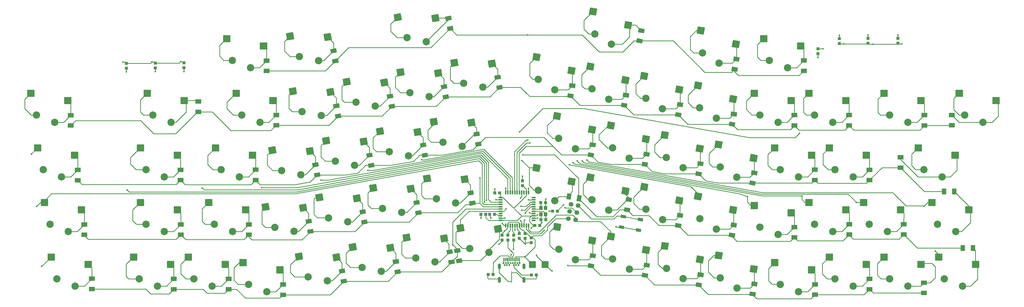
<source format=gbr>
G04 EAGLE Gerber RS-274X export*
G75*
%MOMM*%
%FSLAX34Y34*%
%LPD*%
%INTop Copper*%
%IPPOS*%
%AMOC8*
5,1,8,0,0,1.08239X$1,22.5*%
G01*
%ADD10C,2.540000*%
%ADD11C,0.248919*%
%ADD12R,2.100000X1.500000*%
%ADD13R,1.500000X2.100000*%
%ADD14R,0.508000X1.473200*%
%ADD15R,1.473200X0.508000*%
%ADD16R,0.200000X1.000000*%
%ADD17R,0.300000X1.200000*%
%ADD18C,0.650000*%
%ADD19C,1.000000*%
%ADD20R,1.000000X1.100000*%
%ADD21R,1.100000X1.000000*%
%ADD22R,2.400000X2.400000*%
%ADD23R,1.200000X1.400000*%
%ADD24R,1.800000X1.100000*%
%ADD25C,1.625600*%
%ADD26C,0.279400*%
%ADD27C,0.553200*%


D10*
X-85690Y355520D03*
X-22190Y330120D03*
D11*
X11566Y395118D02*
X34478Y395118D01*
X11566Y395118D02*
X11566Y417522D01*
X34478Y417522D01*
X34478Y395118D01*
X34478Y397483D02*
X11566Y397483D01*
X11566Y399848D02*
X34478Y399848D01*
X34478Y402213D02*
X11566Y402213D01*
X11566Y404578D02*
X34478Y404578D01*
X34478Y406943D02*
X11566Y406943D01*
X11566Y409308D02*
X34478Y409308D01*
X34478Y411673D02*
X11566Y411673D01*
X11566Y414038D02*
X34478Y414038D01*
X34478Y416403D02*
X11566Y416403D01*
X-94046Y420518D02*
X-116958Y420518D01*
X-116958Y442922D01*
X-94046Y442922D01*
X-94046Y420518D01*
X-94046Y422883D02*
X-116958Y422883D01*
X-116958Y425248D02*
X-94046Y425248D01*
X-94046Y427613D02*
X-116958Y427613D01*
X-116958Y429978D02*
X-94046Y429978D01*
X-94046Y432343D02*
X-116958Y432343D01*
X-116958Y434708D02*
X-94046Y434708D01*
X-94046Y437073D02*
X-116958Y437073D01*
X-116958Y439438D02*
X-94046Y439438D01*
X-94046Y441803D02*
X-116958Y441803D01*
D10*
X272440Y355600D03*
X335940Y330200D03*
D11*
X369696Y395198D02*
X392608Y395198D01*
X369696Y395198D02*
X369696Y417602D01*
X392608Y417602D01*
X392608Y395198D01*
X392608Y397563D02*
X369696Y397563D01*
X369696Y399928D02*
X392608Y399928D01*
X392608Y402293D02*
X369696Y402293D01*
X369696Y404658D02*
X392608Y404658D01*
X392608Y407023D02*
X369696Y407023D01*
X369696Y409388D02*
X392608Y409388D01*
X392608Y411753D02*
X369696Y411753D01*
X369696Y414118D02*
X392608Y414118D01*
X392608Y416483D02*
X369696Y416483D01*
X264084Y420598D02*
X241172Y420598D01*
X241172Y443002D01*
X264084Y443002D01*
X264084Y420598D01*
X264084Y422963D02*
X241172Y422963D01*
X241172Y425328D02*
X264084Y425328D01*
X264084Y427693D02*
X241172Y427693D01*
X241172Y430058D02*
X264084Y430058D01*
X264084Y432423D02*
X241172Y432423D01*
X241172Y434788D02*
X264084Y434788D01*
X264084Y437153D02*
X241172Y437153D01*
X241172Y439518D02*
X264084Y439518D01*
X264084Y441883D02*
X241172Y441883D01*
D10*
X534420Y355570D03*
X597920Y330170D03*
D11*
X631676Y395168D02*
X654588Y395168D01*
X631676Y395168D02*
X631676Y417572D01*
X654588Y417572D01*
X654588Y395168D01*
X654588Y397533D02*
X631676Y397533D01*
X631676Y399898D02*
X654588Y399898D01*
X654588Y402263D02*
X631676Y402263D01*
X631676Y404628D02*
X654588Y404628D01*
X654588Y406993D02*
X631676Y406993D01*
X631676Y409358D02*
X654588Y409358D01*
X654588Y411723D02*
X631676Y411723D01*
X631676Y414088D02*
X654588Y414088D01*
X654588Y416453D02*
X631676Y416453D01*
X526064Y420568D02*
X503152Y420568D01*
X503152Y442972D01*
X526064Y442972D01*
X526064Y420568D01*
X526064Y422933D02*
X503152Y422933D01*
X503152Y425298D02*
X526064Y425298D01*
X526064Y427663D02*
X503152Y427663D01*
X503152Y430028D02*
X526064Y430028D01*
X526064Y432393D02*
X503152Y432393D01*
X503152Y434758D02*
X526064Y434758D01*
X526064Y437123D02*
X503152Y437123D01*
X503152Y439488D02*
X526064Y439488D01*
X526064Y441853D02*
X503152Y441853D01*
D10*
X744710Y351780D03*
X811655Y337792D03*
D11*
X833613Y407665D02*
X856176Y411644D01*
X833613Y407665D02*
X829722Y429728D01*
X852285Y433707D01*
X856176Y411644D01*
X847024Y410030D02*
X833196Y410030D01*
X832779Y412395D02*
X856044Y412395D01*
X855626Y414760D02*
X832362Y414760D01*
X831945Y417125D02*
X855209Y417125D01*
X854792Y419490D02*
X831528Y419490D01*
X831110Y421855D02*
X854375Y421855D01*
X853958Y424220D02*
X830693Y424220D01*
X830276Y426585D02*
X853541Y426585D01*
X853124Y428950D02*
X829859Y428950D01*
X838721Y431315D02*
X852707Y431315D01*
X852290Y433680D02*
X852132Y433680D01*
X725194Y414340D02*
X702631Y410361D01*
X698740Y432424D01*
X721303Y436403D01*
X725194Y414340D01*
X716042Y412726D02*
X702214Y412726D01*
X701797Y415091D02*
X725062Y415091D01*
X724644Y417456D02*
X701380Y417456D01*
X700963Y419821D02*
X724227Y419821D01*
X723810Y422186D02*
X700546Y422186D01*
X700128Y424551D02*
X723393Y424551D01*
X722976Y426916D02*
X699711Y426916D01*
X699294Y429281D02*
X722559Y429281D01*
X722142Y431646D02*
X698877Y431646D01*
X707739Y434011D02*
X721725Y434011D01*
X721308Y436376D02*
X721150Y436376D01*
D10*
X1004050Y590900D03*
X1070995Y576912D03*
D11*
X1092953Y646785D02*
X1115516Y650764D01*
X1092953Y646785D02*
X1089062Y668848D01*
X1111625Y672827D01*
X1115516Y650764D01*
X1106364Y649150D02*
X1092536Y649150D01*
X1092119Y651515D02*
X1115384Y651515D01*
X1114966Y653880D02*
X1091702Y653880D01*
X1091285Y656245D02*
X1114549Y656245D01*
X1114132Y658610D02*
X1090868Y658610D01*
X1090450Y660975D02*
X1113715Y660975D01*
X1113298Y663340D02*
X1090033Y663340D01*
X1089616Y665705D02*
X1112881Y665705D01*
X1112464Y668070D02*
X1089199Y668070D01*
X1098061Y670435D02*
X1112047Y670435D01*
X1111630Y672800D02*
X1111472Y672800D01*
X984534Y653460D02*
X961971Y649481D01*
X958080Y671544D01*
X980643Y675523D01*
X984534Y653460D01*
X975382Y651846D02*
X961554Y651846D01*
X961137Y654211D02*
X984402Y654211D01*
X983984Y656576D02*
X960720Y656576D01*
X960303Y658941D02*
X983567Y658941D01*
X983150Y661306D02*
X959886Y661306D01*
X959468Y663671D02*
X982733Y663671D01*
X982316Y666036D02*
X959051Y666036D01*
X958634Y668401D02*
X981899Y668401D01*
X981482Y670766D02*
X958217Y670766D01*
X967079Y673131D02*
X981065Y673131D01*
X980648Y675496D02*
X980490Y675496D01*
D10*
X1191650Y624020D03*
X1258595Y610032D03*
D11*
X1280553Y679905D02*
X1303116Y683884D01*
X1280553Y679905D02*
X1276662Y701968D01*
X1299225Y705947D01*
X1303116Y683884D01*
X1293964Y682270D02*
X1280136Y682270D01*
X1279719Y684635D02*
X1302984Y684635D01*
X1302566Y687000D02*
X1279302Y687000D01*
X1278885Y689365D02*
X1302149Y689365D01*
X1301732Y691730D02*
X1278468Y691730D01*
X1278050Y694095D02*
X1301315Y694095D01*
X1300898Y696460D02*
X1277633Y696460D01*
X1277216Y698825D02*
X1300481Y698825D01*
X1300064Y701190D02*
X1276799Y701190D01*
X1285661Y703555D02*
X1299647Y703555D01*
X1299230Y705920D02*
X1299072Y705920D01*
X1172134Y686580D02*
X1149571Y682601D01*
X1145680Y704664D01*
X1168243Y708643D01*
X1172134Y686580D01*
X1162982Y684966D02*
X1149154Y684966D01*
X1148737Y687331D02*
X1172002Y687331D01*
X1171584Y689696D02*
X1148320Y689696D01*
X1147903Y692061D02*
X1171167Y692061D01*
X1170750Y694426D02*
X1147486Y694426D01*
X1147068Y696791D02*
X1170333Y696791D01*
X1169916Y699156D02*
X1146651Y699156D01*
X1146234Y701521D02*
X1169499Y701521D01*
X1169082Y703886D02*
X1145817Y703886D01*
X1154679Y706251D02*
X1168665Y706251D01*
X1168248Y708616D02*
X1168090Y708616D01*
D10*
X1307550Y450970D03*
X1374495Y436982D03*
D11*
X1396453Y506855D02*
X1419016Y510834D01*
X1396453Y506855D02*
X1392562Y528918D01*
X1415125Y532897D01*
X1419016Y510834D01*
X1409864Y509220D02*
X1396036Y509220D01*
X1395619Y511585D02*
X1418884Y511585D01*
X1418466Y513950D02*
X1395202Y513950D01*
X1394785Y516315D02*
X1418049Y516315D01*
X1417632Y518680D02*
X1394368Y518680D01*
X1393950Y521045D02*
X1417215Y521045D01*
X1416798Y523410D02*
X1393533Y523410D01*
X1393116Y525775D02*
X1416381Y525775D01*
X1415964Y528140D02*
X1392699Y528140D01*
X1401561Y530505D02*
X1415547Y530505D01*
X1415130Y532870D02*
X1414972Y532870D01*
X1288034Y513530D02*
X1265471Y509551D01*
X1261580Y531614D01*
X1284143Y535593D01*
X1288034Y513530D01*
X1278882Y511916D02*
X1265054Y511916D01*
X1264637Y514281D02*
X1287902Y514281D01*
X1287484Y516646D02*
X1264220Y516646D01*
X1263803Y519011D02*
X1287067Y519011D01*
X1286650Y521376D02*
X1263386Y521376D01*
X1262968Y523741D02*
X1286233Y523741D01*
X1285816Y526106D02*
X1262551Y526106D01*
X1262134Y528471D02*
X1285399Y528471D01*
X1284982Y530836D02*
X1261717Y530836D01*
X1270579Y533201D02*
X1284565Y533201D01*
X1284148Y535566D02*
X1283990Y535566D01*
D10*
X1710188Y464252D03*
X1768313Y428211D03*
D11*
X1812843Y486360D02*
X1835406Y482381D01*
X1812843Y486360D02*
X1816734Y508423D01*
X1839297Y504444D01*
X1835406Y482381D01*
X1835823Y484746D02*
X1821995Y484746D01*
X1812975Y487111D02*
X1836240Y487111D01*
X1836657Y489476D02*
X1813393Y489476D01*
X1813810Y491841D02*
X1837074Y491841D01*
X1837491Y494206D02*
X1814227Y494206D01*
X1814644Y496571D02*
X1837909Y496571D01*
X1838326Y498936D02*
X1815061Y498936D01*
X1815478Y501301D02*
X1838743Y501301D01*
X1839160Y503666D02*
X1815895Y503666D01*
X1816312Y506031D02*
X1830298Y506031D01*
X1816887Y508396D02*
X1816729Y508396D01*
X1713245Y529714D02*
X1690682Y533693D01*
X1694573Y555756D01*
X1717136Y551777D01*
X1713245Y529714D01*
X1713662Y532079D02*
X1699834Y532079D01*
X1690814Y534444D02*
X1714079Y534444D01*
X1714496Y536809D02*
X1691232Y536809D01*
X1691649Y539174D02*
X1714913Y539174D01*
X1715330Y541539D02*
X1692066Y541539D01*
X1692483Y543904D02*
X1715748Y543904D01*
X1716165Y546269D02*
X1692900Y546269D01*
X1693317Y548634D02*
X1716582Y548634D01*
X1716999Y550999D02*
X1693734Y550999D01*
X1694151Y553364D02*
X1708137Y553364D01*
X1694726Y555729D02*
X1694568Y555729D01*
D10*
X1897838Y431212D03*
X1955963Y395171D03*
D11*
X2000493Y453320D02*
X2023056Y449341D01*
X2000493Y453320D02*
X2004384Y475383D01*
X2026947Y471404D01*
X2023056Y449341D01*
X2023473Y451706D02*
X2009645Y451706D01*
X2000625Y454071D02*
X2023890Y454071D01*
X2024307Y456436D02*
X2001043Y456436D01*
X2001460Y458801D02*
X2024724Y458801D01*
X2025141Y461166D02*
X2001877Y461166D01*
X2002294Y463531D02*
X2025559Y463531D01*
X2025976Y465896D02*
X2002711Y465896D01*
X2003128Y468261D02*
X2026393Y468261D01*
X2026810Y470626D02*
X2003545Y470626D01*
X2003962Y472991D02*
X2017948Y472991D01*
X2004537Y475356D02*
X2004379Y475356D01*
X1900895Y496674D02*
X1878332Y500653D01*
X1882223Y522716D01*
X1904786Y518737D01*
X1900895Y496674D01*
X1901312Y499039D02*
X1887484Y499039D01*
X1878464Y501404D02*
X1901729Y501404D01*
X1902146Y503769D02*
X1878882Y503769D01*
X1879299Y506134D02*
X1902563Y506134D01*
X1902980Y508499D02*
X1879716Y508499D01*
X1880133Y510864D02*
X1903398Y510864D01*
X1903815Y513229D02*
X1880550Y513229D01*
X1880967Y515594D02*
X1904232Y515594D01*
X1904649Y517959D02*
X1881384Y517959D01*
X1881801Y520324D02*
X1895787Y520324D01*
X1882376Y522689D02*
X1882218Y522689D01*
D10*
X2085448Y398082D03*
X2143573Y362041D03*
D11*
X2188103Y420190D02*
X2210666Y416211D01*
X2188103Y420190D02*
X2191994Y442253D01*
X2214557Y438274D01*
X2210666Y416211D01*
X2211083Y418576D02*
X2197255Y418576D01*
X2188235Y420941D02*
X2211500Y420941D01*
X2211917Y423306D02*
X2188653Y423306D01*
X2189070Y425671D02*
X2212334Y425671D01*
X2212751Y428036D02*
X2189487Y428036D01*
X2189904Y430401D02*
X2213169Y430401D01*
X2213586Y432766D02*
X2190321Y432766D01*
X2190738Y435131D02*
X2214003Y435131D01*
X2214420Y437496D02*
X2191155Y437496D01*
X2191572Y439861D02*
X2205558Y439861D01*
X2192147Y442226D02*
X2191989Y442226D01*
X2088505Y463544D02*
X2065942Y467523D01*
X2069833Y489586D01*
X2092396Y485607D01*
X2088505Y463544D01*
X2088922Y465909D02*
X2075094Y465909D01*
X2066074Y468274D02*
X2089339Y468274D01*
X2089756Y470639D02*
X2066492Y470639D01*
X2066909Y473004D02*
X2090173Y473004D01*
X2090590Y475369D02*
X2067326Y475369D01*
X2067743Y477734D02*
X2091008Y477734D01*
X2091425Y480099D02*
X2068160Y480099D01*
X2068577Y482464D02*
X2091842Y482464D01*
X2092259Y484829D02*
X2068994Y484829D01*
X2069411Y487194D02*
X2083397Y487194D01*
X2069986Y489559D02*
X2069828Y489559D01*
D10*
X2273078Y365012D03*
X2331203Y328971D03*
D11*
X2375733Y387120D02*
X2398296Y383141D01*
X2375733Y387120D02*
X2379624Y409183D01*
X2402187Y405204D01*
X2398296Y383141D01*
X2398713Y385506D02*
X2384885Y385506D01*
X2375865Y387871D02*
X2399130Y387871D01*
X2399547Y390236D02*
X2376283Y390236D01*
X2376700Y392601D02*
X2399964Y392601D01*
X2400381Y394966D02*
X2377117Y394966D01*
X2377534Y397331D02*
X2400799Y397331D01*
X2401216Y399696D02*
X2377951Y399696D01*
X2378368Y402061D02*
X2401633Y402061D01*
X2402050Y404426D02*
X2378785Y404426D01*
X2379202Y406791D02*
X2393188Y406791D01*
X2379777Y409156D02*
X2379619Y409156D01*
X2276135Y430474D02*
X2253572Y434453D01*
X2257463Y456516D01*
X2280026Y452537D01*
X2276135Y430474D01*
X2276552Y432839D02*
X2262724Y432839D01*
X2253704Y435204D02*
X2276969Y435204D01*
X2277386Y437569D02*
X2254122Y437569D01*
X2254539Y439934D02*
X2277803Y439934D01*
X2278220Y442299D02*
X2254956Y442299D01*
X2255373Y444664D02*
X2278638Y444664D01*
X2279055Y447029D02*
X2255790Y447029D01*
X2256207Y449394D02*
X2279472Y449394D01*
X2279889Y451759D02*
X2256624Y451759D01*
X2257041Y454124D02*
X2271027Y454124D01*
X2257616Y456489D02*
X2257458Y456489D01*
D10*
X2482420Y355600D03*
X2545920Y330200D03*
D11*
X2579676Y395198D02*
X2602588Y395198D01*
X2579676Y395198D02*
X2579676Y417602D01*
X2602588Y417602D01*
X2602588Y395198D01*
X2602588Y397563D02*
X2579676Y397563D01*
X2579676Y399928D02*
X2602588Y399928D01*
X2602588Y402293D02*
X2579676Y402293D01*
X2579676Y404658D02*
X2602588Y404658D01*
X2602588Y407023D02*
X2579676Y407023D01*
X2579676Y409388D02*
X2602588Y409388D01*
X2602588Y411753D02*
X2579676Y411753D01*
X2579676Y414118D02*
X2602588Y414118D01*
X2602588Y416483D02*
X2579676Y416483D01*
X2474064Y420598D02*
X2451152Y420598D01*
X2451152Y443002D01*
X2474064Y443002D01*
X2474064Y420598D01*
X2474064Y422963D02*
X2451152Y422963D01*
X2451152Y425328D02*
X2474064Y425328D01*
X2474064Y427693D02*
X2451152Y427693D01*
X2451152Y430058D02*
X2474064Y430058D01*
X2474064Y432423D02*
X2451152Y432423D01*
X2451152Y434788D02*
X2474064Y434788D01*
X2474064Y437153D02*
X2451152Y437153D01*
X2451152Y439518D02*
X2474064Y439518D01*
X2474064Y441883D02*
X2451152Y441883D01*
D10*
X2672940Y355630D03*
X2736440Y330230D03*
D11*
X2770196Y395228D02*
X2793108Y395228D01*
X2770196Y395228D02*
X2770196Y417632D01*
X2793108Y417632D01*
X2793108Y395228D01*
X2793108Y397593D02*
X2770196Y397593D01*
X2770196Y399958D02*
X2793108Y399958D01*
X2793108Y402323D02*
X2770196Y402323D01*
X2770196Y404688D02*
X2793108Y404688D01*
X2793108Y407053D02*
X2770196Y407053D01*
X2770196Y409418D02*
X2793108Y409418D01*
X2793108Y411783D02*
X2770196Y411783D01*
X2770196Y414148D02*
X2793108Y414148D01*
X2793108Y416513D02*
X2770196Y416513D01*
X2664584Y420628D02*
X2641672Y420628D01*
X2641672Y443032D01*
X2664584Y443032D01*
X2664584Y420628D01*
X2664584Y422993D02*
X2641672Y422993D01*
X2641672Y425358D02*
X2664584Y425358D01*
X2664584Y427723D02*
X2641672Y427723D01*
X2641672Y430088D02*
X2664584Y430088D01*
X2664584Y432453D02*
X2641672Y432453D01*
X2641672Y434818D02*
X2664584Y434818D01*
X2664584Y437183D02*
X2641672Y437183D01*
X2641672Y439548D02*
X2664584Y439548D01*
X2664584Y441913D02*
X2641672Y441913D01*
D10*
X2982440Y355570D03*
X3045940Y330170D03*
D11*
X3079696Y395168D02*
X3102608Y395168D01*
X3079696Y395168D02*
X3079696Y417572D01*
X3102608Y417572D01*
X3102608Y395168D01*
X3102608Y397533D02*
X3079696Y397533D01*
X3079696Y399898D02*
X3102608Y399898D01*
X3102608Y402263D02*
X3079696Y402263D01*
X3079696Y404628D02*
X3102608Y404628D01*
X3102608Y406993D02*
X3079696Y406993D01*
X3079696Y409358D02*
X3102608Y409358D01*
X3102608Y411723D02*
X3079696Y411723D01*
X3079696Y414088D02*
X3102608Y414088D01*
X3102608Y416453D02*
X3079696Y416453D01*
X2974084Y420568D02*
X2951172Y420568D01*
X2951172Y442972D01*
X2974084Y442972D01*
X2974084Y420568D01*
X2974084Y422933D02*
X2951172Y422933D01*
X2951172Y425298D02*
X2974084Y425298D01*
X2974084Y427663D02*
X2951172Y427663D01*
X2951172Y430028D02*
X2974084Y430028D01*
X2974084Y432393D02*
X2951172Y432393D01*
X2951172Y434758D02*
X2974084Y434758D01*
X2974084Y437123D02*
X2951172Y437123D01*
X2951172Y439488D02*
X2974084Y439488D01*
X2974084Y441853D02*
X2951172Y441853D01*
D10*
X3030090Y165070D03*
X3093590Y139670D03*
D11*
X3127346Y204668D02*
X3150258Y204668D01*
X3127346Y204668D02*
X3127346Y227072D01*
X3150258Y227072D01*
X3150258Y204668D01*
X3150258Y207033D02*
X3127346Y207033D01*
X3127346Y209398D02*
X3150258Y209398D01*
X3150258Y211763D02*
X3127346Y211763D01*
X3127346Y214128D02*
X3150258Y214128D01*
X3150258Y216493D02*
X3127346Y216493D01*
X3127346Y218858D02*
X3150258Y218858D01*
X3150258Y221223D02*
X3127346Y221223D01*
X3127346Y223588D02*
X3150258Y223588D01*
X3150258Y225953D02*
X3127346Y225953D01*
X3021734Y230068D02*
X2998822Y230068D01*
X2998822Y252472D01*
X3021734Y252472D01*
X3021734Y230068D01*
X3021734Y232433D02*
X2998822Y232433D01*
X2998822Y234798D02*
X3021734Y234798D01*
X3021734Y237163D02*
X2998822Y237163D01*
X2998822Y239528D02*
X3021734Y239528D01*
X3021734Y241893D02*
X2998822Y241893D01*
X2998822Y244258D02*
X3021734Y244258D01*
X3021734Y246623D02*
X2998822Y246623D01*
X2998822Y248988D02*
X3021734Y248988D01*
X3021734Y251353D02*
X2998822Y251353D01*
D10*
X-109520Y546070D03*
X-46020Y520670D03*
D11*
X-12264Y585668D02*
X10648Y585668D01*
X-12264Y585668D02*
X-12264Y608072D01*
X10648Y608072D01*
X10648Y585668D01*
X10648Y588033D02*
X-12264Y588033D01*
X-12264Y590398D02*
X10648Y590398D01*
X10648Y592763D02*
X-12264Y592763D01*
X-12264Y595128D02*
X10648Y595128D01*
X10648Y597493D02*
X-12264Y597493D01*
X-12264Y599858D02*
X10648Y599858D01*
X10648Y602223D02*
X-12264Y602223D01*
X-12264Y604588D02*
X10648Y604588D01*
X10648Y606953D02*
X-12264Y606953D01*
X-117876Y611068D02*
X-140788Y611068D01*
X-140788Y633472D01*
X-117876Y633472D01*
X-117876Y611068D01*
X-117876Y613433D02*
X-140788Y613433D01*
X-140788Y615798D02*
X-117876Y615798D01*
X-117876Y618163D02*
X-140788Y618163D01*
X-140788Y620528D02*
X-117876Y620528D01*
X-117876Y622893D02*
X-140788Y622893D01*
X-140788Y625258D02*
X-117876Y625258D01*
X-117876Y627623D02*
X-140788Y627623D01*
X-140788Y629988D02*
X-117876Y629988D01*
X-117876Y632353D02*
X-140788Y632353D01*
D10*
X296320Y546070D03*
X359820Y520670D03*
D11*
X393576Y585668D02*
X416488Y585668D01*
X393576Y585668D02*
X393576Y608072D01*
X416488Y608072D01*
X416488Y585668D01*
X416488Y588033D02*
X393576Y588033D01*
X393576Y590398D02*
X416488Y590398D01*
X416488Y592763D02*
X393576Y592763D01*
X393576Y595128D02*
X416488Y595128D01*
X416488Y597493D02*
X393576Y597493D01*
X393576Y599858D02*
X416488Y599858D01*
X416488Y602223D02*
X393576Y602223D01*
X393576Y604588D02*
X416488Y604588D01*
X416488Y606953D02*
X393576Y606953D01*
X287964Y611068D02*
X265052Y611068D01*
X265052Y633472D01*
X287964Y633472D01*
X287964Y611068D01*
X287964Y613433D02*
X265052Y613433D01*
X265052Y615798D02*
X287964Y615798D01*
X287964Y618163D02*
X265052Y618163D01*
X265052Y620528D02*
X287964Y620528D01*
X287964Y622893D02*
X265052Y622893D01*
X265052Y625258D02*
X287964Y625258D01*
X287964Y627623D02*
X265052Y627623D01*
X265052Y629988D02*
X287964Y629988D01*
X287964Y632353D02*
X265052Y632353D01*
D10*
X605840Y546050D03*
X669340Y520650D03*
D11*
X703096Y585648D02*
X726008Y585648D01*
X703096Y585648D02*
X703096Y608052D01*
X726008Y608052D01*
X726008Y585648D01*
X726008Y588013D02*
X703096Y588013D01*
X703096Y590378D02*
X726008Y590378D01*
X726008Y592743D02*
X703096Y592743D01*
X703096Y595108D02*
X726008Y595108D01*
X726008Y597473D02*
X703096Y597473D01*
X703096Y599838D02*
X726008Y599838D01*
X726008Y602203D02*
X703096Y602203D01*
X703096Y604568D02*
X726008Y604568D01*
X726008Y606933D02*
X703096Y606933D01*
X597484Y611048D02*
X574572Y611048D01*
X574572Y633452D01*
X597484Y633452D01*
X597484Y611048D01*
X597484Y613413D02*
X574572Y613413D01*
X574572Y615778D02*
X597484Y615778D01*
X597484Y618143D02*
X574572Y618143D01*
X574572Y620508D02*
X597484Y620508D01*
X597484Y622873D02*
X574572Y622873D01*
X574572Y625238D02*
X597484Y625238D01*
X597484Y627603D02*
X574572Y627603D01*
X574572Y629968D02*
X597484Y629968D01*
X597484Y632333D02*
X574572Y632333D01*
D10*
X816440Y557800D03*
X883385Y543812D03*
D11*
X905343Y613685D02*
X927906Y617664D01*
X905343Y613685D02*
X901452Y635748D01*
X924015Y639727D01*
X927906Y617664D01*
X918754Y616050D02*
X904926Y616050D01*
X904509Y618415D02*
X927774Y618415D01*
X927356Y620780D02*
X904092Y620780D01*
X903675Y623145D02*
X926939Y623145D01*
X926522Y625510D02*
X903258Y625510D01*
X902840Y627875D02*
X926105Y627875D01*
X925688Y630240D02*
X902423Y630240D01*
X902006Y632605D02*
X925271Y632605D01*
X924854Y634970D02*
X901589Y634970D01*
X910451Y637335D02*
X924437Y637335D01*
X924020Y639700D02*
X923862Y639700D01*
X796924Y620360D02*
X774361Y616381D01*
X770470Y638444D01*
X793033Y642423D01*
X796924Y620360D01*
X787772Y618746D02*
X773944Y618746D01*
X773527Y621111D02*
X796792Y621111D01*
X796374Y623476D02*
X773110Y623476D01*
X772693Y625841D02*
X795957Y625841D01*
X795540Y628206D02*
X772276Y628206D01*
X771858Y630571D02*
X795123Y630571D01*
X794706Y632936D02*
X771441Y632936D01*
X771024Y635301D02*
X794289Y635301D01*
X793872Y637666D02*
X770607Y637666D01*
X779469Y640031D02*
X793455Y640031D01*
X793038Y642396D02*
X792880Y642396D01*
D10*
X2211178Y762802D03*
X2269303Y726761D03*
D11*
X2313833Y784910D02*
X2336396Y780931D01*
X2313833Y784910D02*
X2317724Y806973D01*
X2340287Y802994D01*
X2336396Y780931D01*
X2336813Y783296D02*
X2322985Y783296D01*
X2313965Y785661D02*
X2337230Y785661D01*
X2337647Y788026D02*
X2314383Y788026D01*
X2314800Y790391D02*
X2338064Y790391D01*
X2338481Y792756D02*
X2315217Y792756D01*
X2315634Y795121D02*
X2338899Y795121D01*
X2339316Y797486D02*
X2316051Y797486D01*
X2316468Y799851D02*
X2339733Y799851D01*
X2340150Y802216D02*
X2316885Y802216D01*
X2317302Y804581D02*
X2331288Y804581D01*
X2317877Y806946D02*
X2317719Y806946D01*
X2214235Y828264D02*
X2191672Y832243D01*
X2195563Y854306D01*
X2218126Y850327D01*
X2214235Y828264D01*
X2214652Y830629D02*
X2200824Y830629D01*
X2191804Y832994D02*
X2215069Y832994D01*
X2215486Y835359D02*
X2192222Y835359D01*
X2192639Y837724D02*
X2215903Y837724D01*
X2216320Y840089D02*
X2193056Y840089D01*
X2193473Y842454D02*
X2216738Y842454D01*
X2217155Y844819D02*
X2193890Y844819D01*
X2194307Y847184D02*
X2217572Y847184D01*
X2217989Y849549D02*
X2194724Y849549D01*
X2195141Y851914D02*
X2209127Y851914D01*
X2195716Y854279D02*
X2195558Y854279D01*
D10*
X2444040Y736600D03*
X2507540Y711200D03*
D11*
X2541296Y776198D02*
X2564208Y776198D01*
X2541296Y776198D02*
X2541296Y798602D01*
X2564208Y798602D01*
X2564208Y776198D01*
X2564208Y778563D02*
X2541296Y778563D01*
X2541296Y780928D02*
X2564208Y780928D01*
X2564208Y783293D02*
X2541296Y783293D01*
X2541296Y785658D02*
X2564208Y785658D01*
X2564208Y788023D02*
X2541296Y788023D01*
X2541296Y790388D02*
X2564208Y790388D01*
X2564208Y792753D02*
X2541296Y792753D01*
X2541296Y795118D02*
X2564208Y795118D01*
X2564208Y797483D02*
X2541296Y797483D01*
X2435684Y801598D02*
X2412772Y801598D01*
X2412772Y824002D01*
X2435684Y824002D01*
X2435684Y801598D01*
X2435684Y803963D02*
X2412772Y803963D01*
X2412772Y806328D02*
X2435684Y806328D01*
X2435684Y808693D02*
X2412772Y808693D01*
X2412772Y811058D02*
X2435684Y811058D01*
X2435684Y813423D02*
X2412772Y813423D01*
X2412772Y815788D02*
X2435684Y815788D01*
X2435684Y818153D02*
X2412772Y818153D01*
X2412772Y820518D02*
X2435684Y820518D01*
X2435684Y822883D02*
X2412772Y822883D01*
D10*
X1379230Y657070D03*
X1446175Y643082D03*
D11*
X1468133Y712955D02*
X1490696Y716934D01*
X1468133Y712955D02*
X1464242Y735018D01*
X1486805Y738997D01*
X1490696Y716934D01*
X1481544Y715320D02*
X1467716Y715320D01*
X1467299Y717685D02*
X1490564Y717685D01*
X1490146Y720050D02*
X1466882Y720050D01*
X1466465Y722415D02*
X1489729Y722415D01*
X1489312Y724780D02*
X1466048Y724780D01*
X1465630Y727145D02*
X1488895Y727145D01*
X1488478Y729510D02*
X1465213Y729510D01*
X1464796Y731875D02*
X1488061Y731875D01*
X1487644Y734240D02*
X1464379Y734240D01*
X1473241Y736605D02*
X1487227Y736605D01*
X1486810Y738970D02*
X1486652Y738970D01*
X1359714Y719630D02*
X1337151Y715651D01*
X1333260Y737714D01*
X1355823Y741693D01*
X1359714Y719630D01*
X1350562Y718016D02*
X1336734Y718016D01*
X1336317Y720381D02*
X1359582Y720381D01*
X1359164Y722746D02*
X1335900Y722746D01*
X1335483Y725111D02*
X1358747Y725111D01*
X1358330Y727476D02*
X1335066Y727476D01*
X1334648Y729841D02*
X1357913Y729841D01*
X1357496Y732206D02*
X1334231Y732206D01*
X1333814Y734571D02*
X1357079Y734571D01*
X1356662Y736936D02*
X1333397Y736936D01*
X1342259Y739301D02*
X1356245Y739301D01*
X1355828Y741666D02*
X1355670Y741666D01*
D10*
X1638758Y670352D03*
X1696883Y634311D03*
D11*
X1741413Y692460D02*
X1763976Y688481D01*
X1741413Y692460D02*
X1745304Y714523D01*
X1767867Y710544D01*
X1763976Y688481D01*
X1764393Y690846D02*
X1750565Y690846D01*
X1741545Y693211D02*
X1764810Y693211D01*
X1765227Y695576D02*
X1741963Y695576D01*
X1742380Y697941D02*
X1765644Y697941D01*
X1766061Y700306D02*
X1742797Y700306D01*
X1743214Y702671D02*
X1766479Y702671D01*
X1766896Y705036D02*
X1743631Y705036D01*
X1744048Y707401D02*
X1767313Y707401D01*
X1767730Y709766D02*
X1744465Y709766D01*
X1744882Y712131D02*
X1758868Y712131D01*
X1745457Y714496D02*
X1745299Y714496D01*
X1641815Y735814D02*
X1619252Y739793D01*
X1623143Y761856D01*
X1645706Y757877D01*
X1641815Y735814D01*
X1642232Y738179D02*
X1628404Y738179D01*
X1619384Y740544D02*
X1642649Y740544D01*
X1643066Y742909D02*
X1619802Y742909D01*
X1620219Y745274D02*
X1643483Y745274D01*
X1643900Y747639D02*
X1620636Y747639D01*
X1621053Y750004D02*
X1644318Y750004D01*
X1644735Y752369D02*
X1621470Y752369D01*
X1621887Y754734D02*
X1645152Y754734D01*
X1645569Y757099D02*
X1622304Y757099D01*
X1622721Y759464D02*
X1636707Y759464D01*
X1623296Y761829D02*
X1623138Y761829D01*
D10*
X1826418Y637252D03*
X1884543Y601211D03*
D11*
X1929073Y659360D02*
X1951636Y655381D01*
X1929073Y659360D02*
X1932964Y681423D01*
X1955527Y677444D01*
X1951636Y655381D01*
X1952053Y657746D02*
X1938225Y657746D01*
X1929205Y660111D02*
X1952470Y660111D01*
X1952887Y662476D02*
X1929623Y662476D01*
X1930040Y664841D02*
X1953304Y664841D01*
X1953721Y667206D02*
X1930457Y667206D01*
X1930874Y669571D02*
X1954139Y669571D01*
X1954556Y671936D02*
X1931291Y671936D01*
X1931708Y674301D02*
X1954973Y674301D01*
X1955390Y676666D02*
X1932125Y676666D01*
X1932542Y679031D02*
X1946528Y679031D01*
X1933117Y681396D02*
X1932959Y681396D01*
X1829475Y702714D02*
X1806912Y706693D01*
X1810803Y728756D01*
X1833366Y724777D01*
X1829475Y702714D01*
X1829892Y705079D02*
X1816064Y705079D01*
X1807044Y707444D02*
X1830309Y707444D01*
X1830726Y709809D02*
X1807462Y709809D01*
X1807879Y712174D02*
X1831143Y712174D01*
X1831560Y714539D02*
X1808296Y714539D01*
X1808713Y716904D02*
X1831978Y716904D01*
X1832395Y719269D02*
X1809130Y719269D01*
X1809547Y721634D02*
X1832812Y721634D01*
X1833229Y723999D02*
X1809964Y723999D01*
X1810381Y726364D02*
X1824367Y726364D01*
X1810956Y728729D02*
X1810798Y728729D01*
D10*
X2013948Y604132D03*
X2072073Y568091D03*
D11*
X2116603Y626240D02*
X2139166Y622261D01*
X2116603Y626240D02*
X2120494Y648303D01*
X2143057Y644324D01*
X2139166Y622261D01*
X2139583Y624626D02*
X2125755Y624626D01*
X2116735Y626991D02*
X2140000Y626991D01*
X2140417Y629356D02*
X2117153Y629356D01*
X2117570Y631721D02*
X2140834Y631721D01*
X2141251Y634086D02*
X2117987Y634086D01*
X2118404Y636451D02*
X2141669Y636451D01*
X2142086Y638816D02*
X2118821Y638816D01*
X2119238Y641181D02*
X2142503Y641181D01*
X2142920Y643546D02*
X2119655Y643546D01*
X2120072Y645911D02*
X2134058Y645911D01*
X2120647Y648276D02*
X2120489Y648276D01*
X2017005Y669594D02*
X1994442Y673573D01*
X1998333Y695636D01*
X2020896Y691657D01*
X2017005Y669594D01*
X2017422Y671959D02*
X2003594Y671959D01*
X1994574Y674324D02*
X2017839Y674324D01*
X2018256Y676689D02*
X1994992Y676689D01*
X1995409Y679054D02*
X2018673Y679054D01*
X2019090Y681419D02*
X1995826Y681419D01*
X1996243Y683784D02*
X2019508Y683784D01*
X2019925Y686149D02*
X1996660Y686149D01*
X1997077Y688514D02*
X2020342Y688514D01*
X2020759Y690879D02*
X1997494Y690879D01*
X1997911Y693244D02*
X2011897Y693244D01*
X1998486Y695609D02*
X1998328Y695609D01*
D10*
X2201578Y571082D03*
X2259703Y535041D03*
D11*
X2304233Y593190D02*
X2326796Y589211D01*
X2304233Y593190D02*
X2308124Y615253D01*
X2330687Y611274D01*
X2326796Y589211D01*
X2327213Y591576D02*
X2313385Y591576D01*
X2304365Y593941D02*
X2327630Y593941D01*
X2328047Y596306D02*
X2304783Y596306D01*
X2305200Y598671D02*
X2328464Y598671D01*
X2328881Y601036D02*
X2305617Y601036D01*
X2306034Y603401D02*
X2329299Y603401D01*
X2329716Y605766D02*
X2306451Y605766D01*
X2306868Y608131D02*
X2330133Y608131D01*
X2330550Y610496D02*
X2307285Y610496D01*
X2307702Y612861D02*
X2321688Y612861D01*
X2308277Y615226D02*
X2308119Y615226D01*
X2204635Y636544D02*
X2182072Y640523D01*
X2185963Y662586D01*
X2208526Y658607D01*
X2204635Y636544D01*
X2205052Y638909D02*
X2191224Y638909D01*
X2182204Y641274D02*
X2205469Y641274D01*
X2205886Y643639D02*
X2182622Y643639D01*
X2183039Y646004D02*
X2206303Y646004D01*
X2206720Y648369D02*
X2183456Y648369D01*
X2183873Y650734D02*
X2207138Y650734D01*
X2207555Y653099D02*
X2184290Y653099D01*
X2184707Y655464D02*
X2207972Y655464D01*
X2208389Y657829D02*
X2185124Y657829D01*
X2185541Y660194D02*
X2199527Y660194D01*
X2186116Y662559D02*
X2185958Y662559D01*
D10*
X2410970Y546100D03*
X2474470Y520700D03*
D11*
X2508226Y585698D02*
X2531138Y585698D01*
X2508226Y585698D02*
X2508226Y608102D01*
X2531138Y608102D01*
X2531138Y585698D01*
X2531138Y588063D02*
X2508226Y588063D01*
X2508226Y590428D02*
X2531138Y590428D01*
X2531138Y592793D02*
X2508226Y592793D01*
X2508226Y595158D02*
X2531138Y595158D01*
X2531138Y597523D02*
X2508226Y597523D01*
X2508226Y599888D02*
X2531138Y599888D01*
X2531138Y602253D02*
X2508226Y602253D01*
X2508226Y604618D02*
X2531138Y604618D01*
X2531138Y606983D02*
X2508226Y606983D01*
X2402614Y611098D02*
X2379702Y611098D01*
X2379702Y633502D01*
X2402614Y633502D01*
X2402614Y611098D01*
X2402614Y613463D02*
X2379702Y613463D01*
X2379702Y615828D02*
X2402614Y615828D01*
X2402614Y618193D02*
X2379702Y618193D01*
X2379702Y620558D02*
X2402614Y620558D01*
X2402614Y622923D02*
X2379702Y622923D01*
X2379702Y625288D02*
X2402614Y625288D01*
X2402614Y627653D02*
X2379702Y627653D01*
X2379702Y630018D02*
X2402614Y630018D01*
X2402614Y632383D02*
X2379702Y632383D01*
D10*
X2601490Y546050D03*
X2664990Y520650D03*
D11*
X2698746Y585648D02*
X2721658Y585648D01*
X2698746Y585648D02*
X2698746Y608052D01*
X2721658Y608052D01*
X2721658Y585648D01*
X2721658Y588013D02*
X2698746Y588013D01*
X2698746Y590378D02*
X2721658Y590378D01*
X2721658Y592743D02*
X2698746Y592743D01*
X2698746Y595108D02*
X2721658Y595108D01*
X2721658Y597473D02*
X2698746Y597473D01*
X2698746Y599838D02*
X2721658Y599838D01*
X2721658Y602203D02*
X2698746Y602203D01*
X2698746Y604568D02*
X2721658Y604568D01*
X2721658Y606933D02*
X2698746Y606933D01*
X2593134Y611048D02*
X2570222Y611048D01*
X2570222Y633452D01*
X2593134Y633452D01*
X2593134Y611048D01*
X2593134Y613413D02*
X2570222Y613413D01*
X2570222Y615778D02*
X2593134Y615778D01*
X2593134Y618143D02*
X2570222Y618143D01*
X2570222Y620508D02*
X2593134Y620508D01*
X2593134Y622873D02*
X2570222Y622873D01*
X2570222Y625238D02*
X2593134Y625238D01*
X2593134Y627603D02*
X2570222Y627603D01*
X2570222Y629968D02*
X2593134Y629968D01*
X2593134Y632333D02*
X2570222Y632333D01*
D10*
X2863420Y546100D03*
X2926920Y520700D03*
D11*
X2960676Y585698D02*
X2983588Y585698D01*
X2960676Y585698D02*
X2960676Y608102D01*
X2983588Y608102D01*
X2983588Y585698D01*
X2983588Y588063D02*
X2960676Y588063D01*
X2960676Y590428D02*
X2983588Y590428D01*
X2983588Y592793D02*
X2960676Y592793D01*
X2960676Y595158D02*
X2983588Y595158D01*
X2983588Y597523D02*
X2960676Y597523D01*
X2960676Y599888D02*
X2983588Y599888D01*
X2983588Y602253D02*
X2960676Y602253D01*
X2960676Y604618D02*
X2983588Y604618D01*
X2983588Y606983D02*
X2960676Y606983D01*
X2855064Y611098D02*
X2832152Y611098D01*
X2832152Y633502D01*
X2855064Y633502D01*
X2855064Y611098D01*
X2855064Y613463D02*
X2832152Y613463D01*
X2832152Y615828D02*
X2855064Y615828D01*
X2855064Y618193D02*
X2832152Y618193D01*
X2832152Y620558D02*
X2855064Y620558D01*
X2855064Y622923D02*
X2832152Y622923D01*
X2832152Y625288D02*
X2855064Y625288D01*
X2855064Y627653D02*
X2832152Y627653D01*
X2832152Y630018D02*
X2855064Y630018D01*
X2855064Y632383D02*
X2832152Y632383D01*
D10*
X3125340Y546070D03*
X3188840Y520670D03*
D11*
X3222596Y585668D02*
X3245508Y585668D01*
X3222596Y585668D02*
X3222596Y608072D01*
X3245508Y608072D01*
X3245508Y585668D01*
X3245508Y588033D02*
X3222596Y588033D01*
X3222596Y590398D02*
X3245508Y590398D01*
X3245508Y592763D02*
X3222596Y592763D01*
X3222596Y595128D02*
X3245508Y595128D01*
X3245508Y597493D02*
X3222596Y597493D01*
X3222596Y599858D02*
X3245508Y599858D01*
X3245508Y602223D02*
X3222596Y602223D01*
X3222596Y604588D02*
X3245508Y604588D01*
X3245508Y606953D02*
X3222596Y606953D01*
X3116984Y611068D02*
X3094072Y611068D01*
X3094072Y633472D01*
X3116984Y633472D01*
X3116984Y611068D01*
X3116984Y613433D02*
X3094072Y613433D01*
X3094072Y615798D02*
X3116984Y615798D01*
X3116984Y618163D02*
X3094072Y618163D01*
X3094072Y620528D02*
X3116984Y620528D01*
X3116984Y622893D02*
X3094072Y622893D01*
X3094072Y625258D02*
X3116984Y625258D01*
X3116984Y627623D02*
X3094072Y627623D01*
X3094072Y629988D02*
X3116984Y629988D01*
X3116984Y632353D02*
X3094072Y632353D01*
D10*
X572800Y736570D03*
X636300Y711170D03*
D11*
X670056Y776168D02*
X692968Y776168D01*
X670056Y776168D02*
X670056Y798572D01*
X692968Y798572D01*
X692968Y776168D01*
X692968Y778533D02*
X670056Y778533D01*
X670056Y780898D02*
X692968Y780898D01*
X692968Y783263D02*
X670056Y783263D01*
X670056Y785628D02*
X692968Y785628D01*
X692968Y787993D02*
X670056Y787993D01*
X670056Y790358D02*
X692968Y790358D01*
X692968Y792723D02*
X670056Y792723D01*
X670056Y795088D02*
X692968Y795088D01*
X692968Y797453D02*
X670056Y797453D01*
X564444Y801568D02*
X541532Y801568D01*
X541532Y823972D01*
X564444Y823972D01*
X564444Y801568D01*
X564444Y803933D02*
X541532Y803933D01*
X541532Y806298D02*
X564444Y806298D01*
X564444Y808663D02*
X541532Y808663D01*
X541532Y811028D02*
X564444Y811028D01*
X564444Y813393D02*
X541532Y813393D01*
X541532Y815758D02*
X564444Y815758D01*
X564444Y818123D02*
X541532Y818123D01*
X541532Y820488D02*
X564444Y820488D01*
X564444Y822853D02*
X541532Y822853D01*
D10*
X806840Y749600D03*
X873785Y735612D03*
D11*
X895743Y805485D02*
X918306Y809464D01*
X895743Y805485D02*
X891852Y827548D01*
X914415Y831527D01*
X918306Y809464D01*
X909154Y807850D02*
X895326Y807850D01*
X894909Y810215D02*
X918174Y810215D01*
X917756Y812580D02*
X894492Y812580D01*
X894075Y814945D02*
X917339Y814945D01*
X916922Y817310D02*
X893658Y817310D01*
X893240Y819675D02*
X916505Y819675D01*
X916088Y822040D02*
X892823Y822040D01*
X892406Y824405D02*
X915671Y824405D01*
X915254Y826770D02*
X891989Y826770D01*
X900851Y829135D02*
X914837Y829135D01*
X914420Y831500D02*
X914262Y831500D01*
X787324Y812160D02*
X764761Y808181D01*
X760870Y830244D01*
X783433Y834223D01*
X787324Y812160D01*
X778172Y810546D02*
X764344Y810546D01*
X763927Y812911D02*
X787192Y812911D01*
X786774Y815276D02*
X763510Y815276D01*
X763093Y817641D02*
X786357Y817641D01*
X785940Y820006D02*
X762676Y820006D01*
X762258Y822371D02*
X785523Y822371D01*
X785106Y824736D02*
X761841Y824736D01*
X761424Y827101D02*
X784689Y827101D01*
X784272Y829466D02*
X761007Y829466D01*
X769869Y831831D02*
X783855Y831831D01*
X783438Y834196D02*
X783280Y834196D01*
D10*
X1182000Y815740D03*
X1248945Y801752D03*
D11*
X1270903Y871625D02*
X1293466Y875604D01*
X1270903Y871625D02*
X1267012Y893688D01*
X1289575Y897667D01*
X1293466Y875604D01*
X1284314Y873990D02*
X1270486Y873990D01*
X1270069Y876355D02*
X1293334Y876355D01*
X1292916Y878720D02*
X1269652Y878720D01*
X1269235Y881085D02*
X1292499Y881085D01*
X1292082Y883450D02*
X1268818Y883450D01*
X1268400Y885815D02*
X1291665Y885815D01*
X1291248Y888180D02*
X1267983Y888180D01*
X1267566Y890545D02*
X1290831Y890545D01*
X1290414Y892910D02*
X1267149Y892910D01*
X1276011Y895275D02*
X1289997Y895275D01*
X1289580Y897640D02*
X1289422Y897640D01*
X1162484Y878300D02*
X1139921Y874321D01*
X1136030Y896384D01*
X1158593Y900363D01*
X1162484Y878300D01*
X1153332Y876686D02*
X1139504Y876686D01*
X1139087Y879051D02*
X1162352Y879051D01*
X1161934Y881416D02*
X1138670Y881416D01*
X1138253Y883781D02*
X1161517Y883781D01*
X1161100Y886146D02*
X1137836Y886146D01*
X1137418Y888511D02*
X1160683Y888511D01*
X1160266Y890876D02*
X1137001Y890876D01*
X1136584Y893241D02*
X1159849Y893241D01*
X1159432Y895606D02*
X1136167Y895606D01*
X1145029Y897971D02*
X1159015Y897971D01*
X1158598Y900336D02*
X1158440Y900336D01*
D10*
X1835988Y828972D03*
X1894113Y792931D03*
D11*
X1938643Y851080D02*
X1961206Y847101D01*
X1938643Y851080D02*
X1942534Y873143D01*
X1965097Y869164D01*
X1961206Y847101D01*
X1961623Y849466D02*
X1947795Y849466D01*
X1938775Y851831D02*
X1962040Y851831D01*
X1962457Y854196D02*
X1939193Y854196D01*
X1939610Y856561D02*
X1962874Y856561D01*
X1963291Y858926D02*
X1940027Y858926D01*
X1940444Y861291D02*
X1963709Y861291D01*
X1964126Y863656D02*
X1940861Y863656D01*
X1941278Y866021D02*
X1964543Y866021D01*
X1964960Y868386D02*
X1941695Y868386D01*
X1942112Y870751D02*
X1956098Y870751D01*
X1942687Y873116D02*
X1942529Y873116D01*
X1839045Y894434D02*
X1816482Y898413D01*
X1820373Y920476D01*
X1842936Y916497D01*
X1839045Y894434D01*
X1839462Y896799D02*
X1825634Y896799D01*
X1816614Y899164D02*
X1839879Y899164D01*
X1840296Y901529D02*
X1817032Y901529D01*
X1817449Y903894D02*
X1840713Y903894D01*
X1841130Y906259D02*
X1817866Y906259D01*
X1818283Y908624D02*
X1841548Y908624D01*
X1841965Y910989D02*
X1818700Y910989D01*
X1819117Y913354D02*
X1842382Y913354D01*
X1842799Y915719D02*
X1819534Y915719D01*
X1819951Y918084D02*
X1833937Y918084D01*
X1820526Y920449D02*
X1820368Y920449D01*
D10*
X932340Y384880D03*
X999285Y370892D03*
D11*
X1021243Y440765D02*
X1043806Y444744D01*
X1021243Y440765D02*
X1017352Y462828D01*
X1039915Y466807D01*
X1043806Y444744D01*
X1034654Y443130D02*
X1020826Y443130D01*
X1020409Y445495D02*
X1043674Y445495D01*
X1043256Y447860D02*
X1019992Y447860D01*
X1019575Y450225D02*
X1042839Y450225D01*
X1042422Y452590D02*
X1019158Y452590D01*
X1018740Y454955D02*
X1042005Y454955D01*
X1041588Y457320D02*
X1018323Y457320D01*
X1017906Y459685D02*
X1041171Y459685D01*
X1040754Y462050D02*
X1017489Y462050D01*
X1026351Y464415D02*
X1040337Y464415D01*
X1039920Y466780D02*
X1039762Y466780D01*
X912824Y447440D02*
X890261Y443461D01*
X886370Y465524D01*
X908933Y469503D01*
X912824Y447440D01*
X903672Y445826D02*
X889844Y445826D01*
X889427Y448191D02*
X912692Y448191D01*
X912274Y450556D02*
X889010Y450556D01*
X888593Y452921D02*
X911857Y452921D01*
X911440Y455286D02*
X888176Y455286D01*
X887758Y457651D02*
X911023Y457651D01*
X910606Y460016D02*
X887341Y460016D01*
X886924Y462381D02*
X910189Y462381D01*
X909772Y464746D02*
X886507Y464746D01*
X895369Y467111D02*
X909355Y467111D01*
X908938Y469476D02*
X908780Y469476D01*
D10*
X1119970Y417920D03*
X1186915Y403932D03*
D11*
X1208873Y473805D02*
X1231436Y477784D01*
X1208873Y473805D02*
X1204982Y495868D01*
X1227545Y499847D01*
X1231436Y477784D01*
X1222284Y476170D02*
X1208456Y476170D01*
X1208039Y478535D02*
X1231304Y478535D01*
X1230886Y480900D02*
X1207622Y480900D01*
X1207205Y483265D02*
X1230469Y483265D01*
X1230052Y485630D02*
X1206788Y485630D01*
X1206370Y487995D02*
X1229635Y487995D01*
X1229218Y490360D02*
X1205953Y490360D01*
X1205536Y492725D02*
X1228801Y492725D01*
X1228384Y495090D02*
X1205119Y495090D01*
X1213981Y497455D02*
X1227967Y497455D01*
X1227550Y499820D02*
X1227392Y499820D01*
X1100454Y480480D02*
X1077891Y476501D01*
X1074000Y498564D01*
X1096563Y502543D01*
X1100454Y480480D01*
X1091302Y478866D02*
X1077474Y478866D01*
X1077057Y481231D02*
X1100322Y481231D01*
X1099904Y483596D02*
X1076640Y483596D01*
X1076223Y485961D02*
X1099487Y485961D01*
X1099070Y488326D02*
X1075806Y488326D01*
X1075388Y490691D02*
X1098653Y490691D01*
X1098236Y493056D02*
X1074971Y493056D01*
X1074554Y495421D02*
X1097819Y495421D01*
X1097402Y497786D02*
X1074137Y497786D01*
X1082999Y500151D02*
X1096985Y500151D01*
X1096568Y502516D02*
X1096410Y502516D01*
D10*
X1284080Y253430D03*
X1351025Y239442D03*
D11*
X1372983Y309315D02*
X1395546Y313294D01*
X1372983Y309315D02*
X1369092Y331378D01*
X1391655Y335357D01*
X1395546Y313294D01*
X1386394Y311680D02*
X1372566Y311680D01*
X1372149Y314045D02*
X1395414Y314045D01*
X1394996Y316410D02*
X1371732Y316410D01*
X1371315Y318775D02*
X1394579Y318775D01*
X1394162Y321140D02*
X1370898Y321140D01*
X1370480Y323505D02*
X1393745Y323505D01*
X1393328Y325870D02*
X1370063Y325870D01*
X1369646Y328235D02*
X1392911Y328235D01*
X1392494Y330600D02*
X1369229Y330600D01*
X1378091Y332965D02*
X1392077Y332965D01*
X1391660Y335330D02*
X1391502Y335330D01*
X1264564Y315990D02*
X1242001Y312011D01*
X1238110Y334074D01*
X1260673Y338053D01*
X1264564Y315990D01*
X1255412Y314376D02*
X1241584Y314376D01*
X1241167Y316741D02*
X1264432Y316741D01*
X1264014Y319106D02*
X1240750Y319106D01*
X1240333Y321471D02*
X1263597Y321471D01*
X1263180Y323836D02*
X1239916Y323836D01*
X1239498Y326201D02*
X1262763Y326201D01*
X1262346Y328566D02*
X1239081Y328566D01*
X1238664Y330931D02*
X1261929Y330931D01*
X1261512Y333296D02*
X1238247Y333296D01*
X1247109Y335661D02*
X1261095Y335661D01*
X1260678Y338026D02*
X1260520Y338026D01*
D10*
X1638888Y283382D03*
X1697013Y247341D03*
D11*
X1741543Y305490D02*
X1764106Y301511D01*
X1741543Y305490D02*
X1745434Y327553D01*
X1767997Y323574D01*
X1764106Y301511D01*
X1764523Y303876D02*
X1750695Y303876D01*
X1741675Y306241D02*
X1764940Y306241D01*
X1765357Y308606D02*
X1742093Y308606D01*
X1742510Y310971D02*
X1765774Y310971D01*
X1766191Y313336D02*
X1742927Y313336D01*
X1743344Y315701D02*
X1766609Y315701D01*
X1767026Y318066D02*
X1743761Y318066D01*
X1744178Y320431D02*
X1767443Y320431D01*
X1767860Y322796D02*
X1744595Y322796D01*
X1745012Y325161D02*
X1758998Y325161D01*
X1745587Y327526D02*
X1745429Y327526D01*
X1641945Y348844D02*
X1619382Y352823D01*
X1623273Y374886D01*
X1645836Y370907D01*
X1641945Y348844D01*
X1642362Y351209D02*
X1628534Y351209D01*
X1619514Y353574D02*
X1642779Y353574D01*
X1643196Y355939D02*
X1619932Y355939D01*
X1620349Y358304D02*
X1643613Y358304D01*
X1644030Y360669D02*
X1620766Y360669D01*
X1621183Y363034D02*
X1644448Y363034D01*
X1644865Y365399D02*
X1621600Y365399D01*
X1622017Y367764D02*
X1645282Y367764D01*
X1645699Y370129D02*
X1622434Y370129D01*
X1622851Y372494D02*
X1636837Y372494D01*
X1623426Y374859D02*
X1623268Y374859D01*
D10*
X1826538Y250312D03*
X1884663Y214271D03*
D11*
X1929193Y272420D02*
X1951756Y268441D01*
X1929193Y272420D02*
X1933084Y294483D01*
X1955647Y290504D01*
X1951756Y268441D01*
X1952173Y270806D02*
X1938345Y270806D01*
X1929325Y273171D02*
X1952590Y273171D01*
X1953007Y275536D02*
X1929743Y275536D01*
X1930160Y277901D02*
X1953424Y277901D01*
X1953841Y280266D02*
X1930577Y280266D01*
X1930994Y282631D02*
X1954259Y282631D01*
X1954676Y284996D02*
X1931411Y284996D01*
X1931828Y287361D02*
X1955093Y287361D01*
X1955510Y289726D02*
X1932245Y289726D01*
X1932662Y292091D02*
X1946648Y292091D01*
X1933237Y294456D02*
X1933079Y294456D01*
X1829595Y315774D02*
X1807032Y319753D01*
X1810923Y341816D01*
X1833486Y337837D01*
X1829595Y315774D01*
X1830012Y318139D02*
X1816184Y318139D01*
X1807164Y320504D02*
X1830429Y320504D01*
X1830846Y322869D02*
X1807582Y322869D01*
X1807999Y325234D02*
X1831263Y325234D01*
X1831680Y327599D02*
X1808416Y327599D01*
X1808833Y329964D02*
X1832098Y329964D01*
X1832515Y332329D02*
X1809250Y332329D01*
X1809667Y334694D02*
X1832932Y334694D01*
X1833349Y337059D02*
X1810084Y337059D01*
X1810501Y339424D02*
X1824487Y339424D01*
X1811076Y341789D02*
X1810918Y341789D01*
D10*
X2014168Y217292D03*
X2072293Y181251D03*
D11*
X2116823Y239400D02*
X2139386Y235421D01*
X2116823Y239400D02*
X2120714Y261463D01*
X2143277Y257484D01*
X2139386Y235421D01*
X2139803Y237786D02*
X2125975Y237786D01*
X2116955Y240151D02*
X2140220Y240151D01*
X2140637Y242516D02*
X2117373Y242516D01*
X2117790Y244881D02*
X2141054Y244881D01*
X2141471Y247246D02*
X2118207Y247246D01*
X2118624Y249611D02*
X2141889Y249611D01*
X2142306Y251976D02*
X2119041Y251976D01*
X2119458Y254341D02*
X2142723Y254341D01*
X2143140Y256706D02*
X2119875Y256706D01*
X2120292Y259071D02*
X2134278Y259071D01*
X2120867Y261436D02*
X2120709Y261436D01*
X2017225Y282754D02*
X1994662Y286733D01*
X1998553Y308796D01*
X2021116Y304817D01*
X2017225Y282754D01*
X2017642Y285119D02*
X2003814Y285119D01*
X1994794Y287484D02*
X2018059Y287484D01*
X2018476Y289849D02*
X1995212Y289849D01*
X1995629Y292214D02*
X2018893Y292214D01*
X2019310Y294579D02*
X1996046Y294579D01*
X1996463Y296944D02*
X2019728Y296944D01*
X2020145Y299309D02*
X1996880Y299309D01*
X1997297Y301674D02*
X2020562Y301674D01*
X2020979Y304039D02*
X1997714Y304039D01*
X1998131Y306404D02*
X2012117Y306404D01*
X1998706Y308769D02*
X1998548Y308769D01*
D10*
X2201728Y184222D03*
X2259853Y148181D03*
D11*
X2304383Y206330D02*
X2326946Y202351D01*
X2304383Y206330D02*
X2308274Y228393D01*
X2330837Y224414D01*
X2326946Y202351D01*
X2327363Y204716D02*
X2313535Y204716D01*
X2304515Y207081D02*
X2327780Y207081D01*
X2328197Y209446D02*
X2304933Y209446D01*
X2305350Y211811D02*
X2328614Y211811D01*
X2329031Y214176D02*
X2305767Y214176D01*
X2306184Y216541D02*
X2329449Y216541D01*
X2329866Y218906D02*
X2306601Y218906D01*
X2307018Y221271D02*
X2330283Y221271D01*
X2330700Y223636D02*
X2307435Y223636D01*
X2307852Y226001D02*
X2321838Y226001D01*
X2308427Y228366D02*
X2308269Y228366D01*
X2204785Y249684D02*
X2182222Y253663D01*
X2186113Y275726D01*
X2208676Y271747D01*
X2204785Y249684D01*
X2205202Y252049D02*
X2191374Y252049D01*
X2182354Y254414D02*
X2205619Y254414D01*
X2206036Y256779D02*
X2182772Y256779D01*
X2183189Y259144D02*
X2206453Y259144D01*
X2206870Y261509D02*
X2183606Y261509D01*
X2184023Y263874D02*
X2207288Y263874D01*
X2207705Y266239D02*
X2184440Y266239D01*
X2184857Y268604D02*
X2208122Y268604D01*
X2208539Y270969D02*
X2185274Y270969D01*
X2185691Y273334D02*
X2199677Y273334D01*
X2186266Y275699D02*
X2186108Y275699D01*
D10*
X2410970Y154460D03*
X2474470Y129060D03*
D11*
X2508226Y194058D02*
X2531138Y194058D01*
X2508226Y194058D02*
X2508226Y216462D01*
X2531138Y216462D01*
X2531138Y194058D01*
X2531138Y196423D02*
X2508226Y196423D01*
X2508226Y198788D02*
X2531138Y198788D01*
X2531138Y201153D02*
X2508226Y201153D01*
X2508226Y203518D02*
X2531138Y203518D01*
X2531138Y205883D02*
X2508226Y205883D01*
X2508226Y208248D02*
X2531138Y208248D01*
X2531138Y210613D02*
X2508226Y210613D01*
X2508226Y212978D02*
X2531138Y212978D01*
X2531138Y215343D02*
X2508226Y215343D01*
X2402614Y219458D02*
X2379702Y219458D01*
X2379702Y241862D01*
X2402614Y241862D01*
X2402614Y219458D01*
X2402614Y221823D02*
X2379702Y221823D01*
X2379702Y224188D02*
X2402614Y224188D01*
X2402614Y226553D02*
X2379702Y226553D01*
X2379702Y228918D02*
X2402614Y228918D01*
X2402614Y231283D02*
X2379702Y231283D01*
X2379702Y233648D02*
X2402614Y233648D01*
X2402614Y236013D02*
X2379702Y236013D01*
X2379702Y238378D02*
X2402614Y238378D01*
X2402614Y240743D02*
X2379702Y240743D01*
D10*
X2601490Y165050D03*
X2664990Y139650D03*
D11*
X2698746Y204648D02*
X2721658Y204648D01*
X2698746Y204648D02*
X2698746Y227052D01*
X2721658Y227052D01*
X2721658Y204648D01*
X2721658Y207013D02*
X2698746Y207013D01*
X2698746Y209378D02*
X2721658Y209378D01*
X2721658Y211743D02*
X2698746Y211743D01*
X2698746Y214108D02*
X2721658Y214108D01*
X2721658Y216473D02*
X2698746Y216473D01*
X2698746Y218838D02*
X2721658Y218838D01*
X2721658Y221203D02*
X2698746Y221203D01*
X2698746Y223568D02*
X2721658Y223568D01*
X2721658Y225933D02*
X2698746Y225933D01*
X2593134Y230048D02*
X2570222Y230048D01*
X2570222Y252452D01*
X2593134Y252452D01*
X2593134Y230048D01*
X2593134Y232413D02*
X2570222Y232413D01*
X2570222Y234778D02*
X2593134Y234778D01*
X2593134Y237143D02*
X2570222Y237143D01*
X2570222Y239508D02*
X2593134Y239508D01*
X2593134Y241873D02*
X2570222Y241873D01*
X2570222Y244238D02*
X2593134Y244238D01*
X2593134Y246603D02*
X2570222Y246603D01*
X2570222Y248968D02*
X2593134Y248968D01*
X2593134Y251333D02*
X2570222Y251333D01*
D10*
X2791970Y165070D03*
X2855470Y139670D03*
D11*
X2889226Y204668D02*
X2912138Y204668D01*
X2889226Y204668D02*
X2889226Y227072D01*
X2912138Y227072D01*
X2912138Y204668D01*
X2912138Y207033D02*
X2889226Y207033D01*
X2889226Y209398D02*
X2912138Y209398D01*
X2912138Y211763D02*
X2889226Y211763D01*
X2889226Y214128D02*
X2912138Y214128D01*
X2912138Y216493D02*
X2889226Y216493D01*
X2889226Y218858D02*
X2912138Y218858D01*
X2912138Y221223D02*
X2889226Y221223D01*
X2889226Y223588D02*
X2912138Y223588D01*
X2912138Y225953D02*
X2889226Y225953D01*
X2783614Y230068D02*
X2760702Y230068D01*
X2760702Y252472D01*
X2783614Y252472D01*
X2783614Y230068D01*
X2783614Y232433D02*
X2760702Y232433D01*
X2760702Y234798D02*
X2783614Y234798D01*
X2783614Y237163D02*
X2760702Y237163D01*
X2760702Y239528D02*
X2783614Y239528D01*
X2783614Y241893D02*
X2760702Y241893D01*
X2760702Y244258D02*
X2783614Y244258D01*
X2783614Y246623D02*
X2760702Y246623D01*
X2760702Y248988D02*
X2783614Y248988D01*
X2783614Y251353D02*
X2760702Y251353D01*
D10*
X-61870Y165130D03*
X1630Y139730D03*
D11*
X35386Y204728D02*
X58298Y204728D01*
X35386Y204728D02*
X35386Y227132D01*
X58298Y227132D01*
X58298Y204728D01*
X58298Y207093D02*
X35386Y207093D01*
X35386Y209458D02*
X58298Y209458D01*
X58298Y211823D02*
X35386Y211823D01*
X35386Y214188D02*
X58298Y214188D01*
X58298Y216553D02*
X35386Y216553D01*
X35386Y218918D02*
X58298Y218918D01*
X58298Y221283D02*
X35386Y221283D01*
X35386Y223648D02*
X58298Y223648D01*
X58298Y226013D02*
X35386Y226013D01*
X-70226Y230128D02*
X-93138Y230128D01*
X-93138Y252532D01*
X-70226Y252532D01*
X-70226Y230128D01*
X-70226Y232493D02*
X-93138Y232493D01*
X-93138Y234858D02*
X-70226Y234858D01*
X-70226Y237223D02*
X-93138Y237223D01*
X-93138Y239588D02*
X-70226Y239588D01*
X-70226Y241953D02*
X-93138Y241953D01*
X-93138Y244318D02*
X-70226Y244318D01*
X-70226Y246683D02*
X-93138Y246683D01*
X-93138Y249048D02*
X-70226Y249048D01*
X-70226Y251413D02*
X-93138Y251413D01*
D10*
X272490Y165100D03*
X335990Y139700D03*
D11*
X369746Y204698D02*
X392658Y204698D01*
X369746Y204698D02*
X369746Y227102D01*
X392658Y227102D01*
X392658Y204698D01*
X392658Y207063D02*
X369746Y207063D01*
X369746Y209428D02*
X392658Y209428D01*
X392658Y211793D02*
X369746Y211793D01*
X369746Y214158D02*
X392658Y214158D01*
X392658Y216523D02*
X369746Y216523D01*
X369746Y218888D02*
X392658Y218888D01*
X392658Y221253D02*
X369746Y221253D01*
X369746Y223618D02*
X392658Y223618D01*
X392658Y225983D02*
X369746Y225983D01*
X264134Y230098D02*
X241222Y230098D01*
X241222Y252502D01*
X264134Y252502D01*
X264134Y230098D01*
X264134Y232463D02*
X241222Y232463D01*
X241222Y234828D02*
X264134Y234828D01*
X264134Y237193D02*
X241222Y237193D01*
X241222Y239558D02*
X264134Y239558D01*
X264134Y241923D02*
X241222Y241923D01*
X241222Y244288D02*
X264134Y244288D01*
X264134Y246653D02*
X241222Y246653D01*
X241222Y249018D02*
X264134Y249018D01*
X264134Y251383D02*
X241222Y251383D01*
D10*
X510590Y165070D03*
X574090Y139670D03*
D11*
X607846Y204668D02*
X630758Y204668D01*
X607846Y204668D02*
X607846Y227072D01*
X630758Y227072D01*
X630758Y204668D01*
X630758Y207033D02*
X607846Y207033D01*
X607846Y209398D02*
X630758Y209398D01*
X630758Y211763D02*
X607846Y211763D01*
X607846Y214128D02*
X630758Y214128D01*
X630758Y216493D02*
X607846Y216493D01*
X607846Y218858D02*
X630758Y218858D01*
X630758Y221223D02*
X607846Y221223D01*
X607846Y223588D02*
X630758Y223588D01*
X630758Y225953D02*
X607846Y225953D01*
X502234Y230068D02*
X479322Y230068D01*
X479322Y252472D01*
X502234Y252472D01*
X502234Y230068D01*
X502234Y232433D02*
X479322Y232433D01*
X479322Y234798D02*
X502234Y234798D01*
X502234Y237163D02*
X479322Y237163D01*
X479322Y239528D02*
X502234Y239528D01*
X502234Y241893D02*
X479322Y241893D01*
X479322Y244258D02*
X502234Y244258D01*
X502234Y246623D02*
X479322Y246623D01*
X479322Y248988D02*
X502234Y248988D01*
X502234Y251353D02*
X479322Y251353D01*
D10*
X721170Y154200D03*
X788115Y140212D03*
D11*
X810073Y210085D02*
X832636Y214064D01*
X810073Y210085D02*
X806182Y232148D01*
X828745Y236127D01*
X832636Y214064D01*
X823484Y212450D02*
X809656Y212450D01*
X809239Y214815D02*
X832504Y214815D01*
X832086Y217180D02*
X808822Y217180D01*
X808405Y219545D02*
X831669Y219545D01*
X831252Y221910D02*
X807988Y221910D01*
X807570Y224275D02*
X830835Y224275D01*
X830418Y226640D02*
X807153Y226640D01*
X806736Y229005D02*
X830001Y229005D01*
X829584Y231370D02*
X806319Y231370D01*
X815181Y233735D02*
X829167Y233735D01*
X828750Y236100D02*
X828592Y236100D01*
X701654Y216760D02*
X679091Y212781D01*
X675200Y234844D01*
X697763Y238823D01*
X701654Y216760D01*
X692502Y215146D02*
X678674Y215146D01*
X678257Y217511D02*
X701522Y217511D01*
X701104Y219876D02*
X677840Y219876D01*
X677423Y222241D02*
X700687Y222241D01*
X700270Y224606D02*
X677006Y224606D01*
X676588Y226971D02*
X699853Y226971D01*
X699436Y229336D02*
X676171Y229336D01*
X675754Y231701D02*
X699019Y231701D01*
X698602Y234066D02*
X675337Y234066D01*
X684199Y236431D02*
X698185Y236431D01*
X697768Y238796D02*
X697610Y238796D01*
D10*
X908750Y187240D03*
X975695Y173252D03*
D11*
X997653Y243125D02*
X1020216Y247104D01*
X997653Y243125D02*
X993762Y265188D01*
X1016325Y269167D01*
X1020216Y247104D01*
X1011064Y245490D02*
X997236Y245490D01*
X996819Y247855D02*
X1020084Y247855D01*
X1019666Y250220D02*
X996402Y250220D01*
X995985Y252585D02*
X1019249Y252585D01*
X1018832Y254950D02*
X995568Y254950D01*
X995150Y257315D02*
X1018415Y257315D01*
X1017998Y259680D02*
X994733Y259680D01*
X994316Y262045D02*
X1017581Y262045D01*
X1017164Y264410D02*
X993899Y264410D01*
X1002761Y266775D02*
X1016747Y266775D01*
X1016330Y269140D02*
X1016172Y269140D01*
X889234Y249800D02*
X866671Y245821D01*
X862780Y267884D01*
X885343Y271863D01*
X889234Y249800D01*
X880082Y248186D02*
X866254Y248186D01*
X865837Y250551D02*
X889102Y250551D01*
X888684Y252916D02*
X865420Y252916D01*
X865003Y255281D02*
X888267Y255281D01*
X887850Y257646D02*
X864586Y257646D01*
X864168Y260011D02*
X887433Y260011D01*
X887016Y262376D02*
X863751Y262376D01*
X863334Y264741D02*
X886599Y264741D01*
X886182Y267106D02*
X862917Y267106D01*
X871779Y269471D02*
X885765Y269471D01*
X885348Y271836D02*
X885190Y271836D01*
D10*
X1096400Y220340D03*
X1163345Y206352D03*
D11*
X1185303Y276225D02*
X1207866Y280204D01*
X1185303Y276225D02*
X1181412Y298288D01*
X1203975Y302267D01*
X1207866Y280204D01*
X1198714Y278590D02*
X1184886Y278590D01*
X1184469Y280955D02*
X1207734Y280955D01*
X1207316Y283320D02*
X1184052Y283320D01*
X1183635Y285685D02*
X1206899Y285685D01*
X1206482Y288050D02*
X1183218Y288050D01*
X1182800Y290415D02*
X1206065Y290415D01*
X1205648Y292780D02*
X1182383Y292780D01*
X1181966Y295145D02*
X1205231Y295145D01*
X1204814Y297510D02*
X1181549Y297510D01*
X1190411Y299875D02*
X1204397Y299875D01*
X1203980Y302240D02*
X1203822Y302240D01*
X1076884Y282900D02*
X1054321Y278921D01*
X1050430Y300984D01*
X1072993Y304963D01*
X1076884Y282900D01*
X1067732Y281286D02*
X1053904Y281286D01*
X1053487Y283651D02*
X1076752Y283651D01*
X1076334Y286016D02*
X1053070Y286016D01*
X1052653Y288381D02*
X1075917Y288381D01*
X1075500Y290746D02*
X1052236Y290746D01*
X1051818Y293111D02*
X1075083Y293111D01*
X1074666Y295476D02*
X1051401Y295476D01*
X1050984Y297841D02*
X1074249Y297841D01*
X1073832Y300206D02*
X1050567Y300206D01*
X1059429Y302571D02*
X1073415Y302571D01*
X1072998Y304936D02*
X1072840Y304936D01*
D10*
X1212680Y47390D03*
X1279625Y33402D03*
D11*
X1301583Y103275D02*
X1324146Y107254D01*
X1301583Y103275D02*
X1297692Y125338D01*
X1320255Y129317D01*
X1324146Y107254D01*
X1314994Y105640D02*
X1301166Y105640D01*
X1300749Y108005D02*
X1324014Y108005D01*
X1323596Y110370D02*
X1300332Y110370D01*
X1299915Y112735D02*
X1323179Y112735D01*
X1322762Y115100D02*
X1299498Y115100D01*
X1299080Y117465D02*
X1322345Y117465D01*
X1321928Y119830D02*
X1298663Y119830D01*
X1298246Y122195D02*
X1321511Y122195D01*
X1321094Y124560D02*
X1297829Y124560D01*
X1306691Y126925D02*
X1320677Y126925D01*
X1320260Y129290D02*
X1320102Y129290D01*
X1193164Y109950D02*
X1170601Y105971D01*
X1166710Y128034D01*
X1189273Y132013D01*
X1193164Y109950D01*
X1184012Y108336D02*
X1170184Y108336D01*
X1169767Y110701D02*
X1193032Y110701D01*
X1192614Y113066D02*
X1169350Y113066D01*
X1168933Y115431D02*
X1192197Y115431D01*
X1191780Y117796D02*
X1168516Y117796D01*
X1168098Y120161D02*
X1191363Y120161D01*
X1190946Y122526D02*
X1167681Y122526D01*
X1167264Y124891D02*
X1190529Y124891D01*
X1190112Y127256D02*
X1166847Y127256D01*
X1175709Y129621D02*
X1189695Y129621D01*
X1189278Y131986D02*
X1189120Y131986D01*
D10*
X1400310Y80460D03*
X1467255Y66472D03*
D11*
X1489213Y136345D02*
X1511776Y140324D01*
X1489213Y136345D02*
X1485322Y158408D01*
X1507885Y162387D01*
X1511776Y140324D01*
X1502624Y138710D02*
X1488796Y138710D01*
X1488379Y141075D02*
X1511644Y141075D01*
X1511226Y143440D02*
X1487962Y143440D01*
X1487545Y145805D02*
X1510809Y145805D01*
X1510392Y148170D02*
X1487128Y148170D01*
X1486710Y150535D02*
X1509975Y150535D01*
X1509558Y152900D02*
X1486293Y152900D01*
X1485876Y155265D02*
X1509141Y155265D01*
X1508724Y157630D02*
X1485459Y157630D01*
X1494321Y159995D02*
X1508307Y159995D01*
X1507890Y162360D02*
X1507732Y162360D01*
X1380794Y143020D02*
X1358231Y139041D01*
X1354340Y161104D01*
X1376903Y165083D01*
X1380794Y143020D01*
X1371642Y141406D02*
X1357814Y141406D01*
X1357397Y143771D02*
X1380662Y143771D01*
X1380244Y146136D02*
X1356980Y146136D01*
X1356563Y148501D02*
X1379827Y148501D01*
X1379410Y150866D02*
X1356146Y150866D01*
X1355728Y153231D02*
X1378993Y153231D01*
X1378576Y155596D02*
X1355311Y155596D01*
X1354894Y157961D02*
X1378159Y157961D01*
X1377742Y160326D02*
X1354477Y160326D01*
X1363339Y162691D02*
X1377325Y162691D01*
X1376908Y165056D02*
X1376750Y165056D01*
D10*
X1710698Y77312D03*
X1768823Y41271D03*
D11*
X1813353Y99420D02*
X1835916Y95441D01*
X1813353Y99420D02*
X1817244Y121483D01*
X1839807Y117504D01*
X1835916Y95441D01*
X1836333Y97806D02*
X1822505Y97806D01*
X1813485Y100171D02*
X1836750Y100171D01*
X1837167Y102536D02*
X1813903Y102536D01*
X1814320Y104901D02*
X1837584Y104901D01*
X1838001Y107266D02*
X1814737Y107266D01*
X1815154Y109631D02*
X1838419Y109631D01*
X1838836Y111996D02*
X1815571Y111996D01*
X1815988Y114361D02*
X1839253Y114361D01*
X1839670Y116726D02*
X1816405Y116726D01*
X1816822Y119091D02*
X1830808Y119091D01*
X1817397Y121456D02*
X1817239Y121456D01*
X1713755Y142774D02*
X1691192Y146753D01*
X1695083Y168816D01*
X1717646Y164837D01*
X1713755Y142774D01*
X1714172Y145139D02*
X1700344Y145139D01*
X1691324Y147504D02*
X1714589Y147504D01*
X1715006Y149869D02*
X1691742Y149869D01*
X1692159Y152234D02*
X1715423Y152234D01*
X1715840Y154599D02*
X1692576Y154599D01*
X1692993Y156964D02*
X1716258Y156964D01*
X1716675Y159329D02*
X1693410Y159329D01*
X1693827Y161694D02*
X1717092Y161694D01*
X1717509Y164059D02*
X1694244Y164059D01*
X1694661Y166424D02*
X1708647Y166424D01*
X1695236Y168789D02*
X1695078Y168789D01*
D10*
X1898298Y44212D03*
X1956423Y8171D03*
D11*
X2000953Y66320D02*
X2023516Y62341D01*
X2000953Y66320D02*
X2004844Y88383D01*
X2027407Y84404D01*
X2023516Y62341D01*
X2023933Y64706D02*
X2010105Y64706D01*
X2001085Y67071D02*
X2024350Y67071D01*
X2024767Y69436D02*
X2001503Y69436D01*
X2001920Y71801D02*
X2025184Y71801D01*
X2025601Y74166D02*
X2002337Y74166D01*
X2002754Y76531D02*
X2026019Y76531D01*
X2026436Y78896D02*
X2003171Y78896D01*
X2003588Y81261D02*
X2026853Y81261D01*
X2027270Y83626D02*
X2004005Y83626D01*
X2004422Y85991D02*
X2018408Y85991D01*
X2004997Y88356D02*
X2004839Y88356D01*
X1901355Y109674D02*
X1878792Y113653D01*
X1882683Y135716D01*
X1905246Y131737D01*
X1901355Y109674D01*
X1901772Y112039D02*
X1887944Y112039D01*
X1878924Y114404D02*
X1902189Y114404D01*
X1902606Y116769D02*
X1879342Y116769D01*
X1879759Y119134D02*
X1903023Y119134D01*
X1903440Y121499D02*
X1880176Y121499D01*
X1880593Y123864D02*
X1903858Y123864D01*
X1904275Y126229D02*
X1881010Y126229D01*
X1881427Y128594D02*
X1904692Y128594D01*
X1905109Y130959D02*
X1881844Y130959D01*
X1882261Y133324D02*
X1896247Y133324D01*
X1882836Y135689D02*
X1882678Y135689D01*
D10*
X2085878Y11172D03*
X2144003Y-24869D03*
D11*
X2188533Y33280D02*
X2211096Y29301D01*
X2188533Y33280D02*
X2192424Y55343D01*
X2214987Y51364D01*
X2211096Y29301D01*
X2211513Y31666D02*
X2197685Y31666D01*
X2188665Y34031D02*
X2211930Y34031D01*
X2212347Y36396D02*
X2189083Y36396D01*
X2189500Y38761D02*
X2212764Y38761D01*
X2213181Y41126D02*
X2189917Y41126D01*
X2190334Y43491D02*
X2213599Y43491D01*
X2214016Y45856D02*
X2190751Y45856D01*
X2191168Y48221D02*
X2214433Y48221D01*
X2214850Y50586D02*
X2191585Y50586D01*
X2192002Y52951D02*
X2205988Y52951D01*
X2192577Y55316D02*
X2192419Y55316D01*
X2088935Y76634D02*
X2066372Y80613D01*
X2070263Y102676D01*
X2092826Y98697D01*
X2088935Y76634D01*
X2089352Y78999D02*
X2075524Y78999D01*
X2066504Y81364D02*
X2089769Y81364D01*
X2090186Y83729D02*
X2066922Y83729D01*
X2067339Y86094D02*
X2090603Y86094D01*
X2091020Y88459D02*
X2067756Y88459D01*
X2068173Y90824D02*
X2091438Y90824D01*
X2091855Y93189D02*
X2068590Y93189D01*
X2069007Y95554D02*
X2092272Y95554D01*
X2092689Y97919D02*
X2069424Y97919D01*
X2069841Y100284D02*
X2083827Y100284D01*
X2070416Y102649D02*
X2070258Y102649D01*
D10*
X2273558Y-21928D03*
X2331683Y-57969D03*
D11*
X2376213Y180D02*
X2398776Y-3799D01*
X2376213Y180D02*
X2380104Y22243D01*
X2402667Y18264D01*
X2398776Y-3799D01*
X2399193Y-1434D02*
X2385365Y-1434D01*
X2376345Y931D02*
X2399610Y931D01*
X2400027Y3296D02*
X2376763Y3296D01*
X2377180Y5661D02*
X2400444Y5661D01*
X2400861Y8026D02*
X2377597Y8026D01*
X2378014Y10391D02*
X2401279Y10391D01*
X2401696Y12756D02*
X2378431Y12756D01*
X2378848Y15121D02*
X2402113Y15121D01*
X2402530Y17486D02*
X2379265Y17486D01*
X2379682Y19851D02*
X2393668Y19851D01*
X2380257Y22216D02*
X2380099Y22216D01*
X2276615Y43534D02*
X2254052Y47513D01*
X2257943Y69576D01*
X2280506Y65597D01*
X2276615Y43534D01*
X2277032Y45899D02*
X2263204Y45899D01*
X2254184Y48264D02*
X2277449Y48264D01*
X2277866Y50629D02*
X2254602Y50629D01*
X2255019Y52994D02*
X2278283Y52994D01*
X2278700Y55359D02*
X2255436Y55359D01*
X2255853Y57724D02*
X2279118Y57724D01*
X2279535Y60089D02*
X2256270Y60089D01*
X2256687Y62454D02*
X2279952Y62454D01*
X2280369Y64819D02*
X2257104Y64819D01*
X2257521Y67184D02*
X2271507Y67184D01*
X2258096Y69549D02*
X2257938Y69549D01*
D10*
X2482420Y-44780D03*
X2545920Y-70180D03*
D11*
X2579676Y-5182D02*
X2602588Y-5182D01*
X2579676Y-5182D02*
X2579676Y17222D01*
X2602588Y17222D01*
X2602588Y-5182D01*
X2602588Y-2817D02*
X2579676Y-2817D01*
X2579676Y-452D02*
X2602588Y-452D01*
X2602588Y1913D02*
X2579676Y1913D01*
X2579676Y4278D02*
X2602588Y4278D01*
X2602588Y6643D02*
X2579676Y6643D01*
X2579676Y9008D02*
X2602588Y9008D01*
X2602588Y11373D02*
X2579676Y11373D01*
X2579676Y13738D02*
X2602588Y13738D01*
X2602588Y16103D02*
X2579676Y16103D01*
X2474064Y20218D02*
X2451152Y20218D01*
X2451152Y42622D01*
X2474064Y42622D01*
X2474064Y20218D01*
X2474064Y22583D02*
X2451152Y22583D01*
X2451152Y24948D02*
X2474064Y24948D01*
X2474064Y27313D02*
X2451152Y27313D01*
X2451152Y29678D02*
X2474064Y29678D01*
X2474064Y32043D02*
X2451152Y32043D01*
X2451152Y34408D02*
X2474064Y34408D01*
X2474064Y36773D02*
X2451152Y36773D01*
X2451152Y39138D02*
X2474064Y39138D01*
X2474064Y41503D02*
X2451152Y41503D01*
D10*
X2672940Y-25370D03*
X2736440Y-50770D03*
D11*
X2770196Y14228D02*
X2793108Y14228D01*
X2770196Y14228D02*
X2770196Y36632D01*
X2793108Y36632D01*
X2793108Y14228D01*
X2793108Y16593D02*
X2770196Y16593D01*
X2770196Y18958D02*
X2793108Y18958D01*
X2793108Y21323D02*
X2770196Y21323D01*
X2770196Y23688D02*
X2793108Y23688D01*
X2793108Y26053D02*
X2770196Y26053D01*
X2770196Y28418D02*
X2793108Y28418D01*
X2793108Y30783D02*
X2770196Y30783D01*
X2770196Y33148D02*
X2793108Y33148D01*
X2793108Y35513D02*
X2770196Y35513D01*
X2664584Y39628D02*
X2641672Y39628D01*
X2641672Y62032D01*
X2664584Y62032D01*
X2664584Y39628D01*
X2664584Y41993D02*
X2641672Y41993D01*
X2641672Y44358D02*
X2664584Y44358D01*
X2664584Y46723D02*
X2641672Y46723D01*
X2641672Y49088D02*
X2664584Y49088D01*
X2664584Y51453D02*
X2641672Y51453D01*
X2641672Y53818D02*
X2664584Y53818D01*
X2664584Y56183D02*
X2641672Y56183D01*
X2641672Y58548D02*
X2664584Y58548D01*
X2664584Y60913D02*
X2641672Y60913D01*
D10*
X2863420Y-25430D03*
X2926920Y-50830D03*
D11*
X2960676Y14168D02*
X2983588Y14168D01*
X2960676Y14168D02*
X2960676Y36572D01*
X2983588Y36572D01*
X2983588Y14168D01*
X2983588Y16533D02*
X2960676Y16533D01*
X2960676Y18898D02*
X2983588Y18898D01*
X2983588Y21263D02*
X2960676Y21263D01*
X2960676Y23628D02*
X2983588Y23628D01*
X2983588Y25993D02*
X2960676Y25993D01*
X2960676Y28358D02*
X2983588Y28358D01*
X2983588Y30723D02*
X2960676Y30723D01*
X2960676Y33088D02*
X2983588Y33088D01*
X2983588Y35453D02*
X2960676Y35453D01*
X2855064Y39568D02*
X2832152Y39568D01*
X2832152Y61972D01*
X2855064Y61972D01*
X2855064Y39568D01*
X2855064Y41933D02*
X2832152Y41933D01*
X2832152Y44298D02*
X2855064Y44298D01*
X2855064Y46663D02*
X2832152Y46663D01*
X2832152Y49028D02*
X2855064Y49028D01*
X2855064Y51393D02*
X2832152Y51393D01*
X2832152Y53758D02*
X2855064Y53758D01*
X2855064Y56123D02*
X2832152Y56123D01*
X2832152Y58488D02*
X2855064Y58488D01*
X2855064Y60853D02*
X2832152Y60853D01*
D10*
X-38070Y-25430D03*
X25430Y-50830D03*
D11*
X59186Y14168D02*
X82098Y14168D01*
X59186Y14168D02*
X59186Y36572D01*
X82098Y36572D01*
X82098Y14168D01*
X82098Y16533D02*
X59186Y16533D01*
X59186Y18898D02*
X82098Y18898D01*
X82098Y21263D02*
X59186Y21263D01*
X59186Y23628D02*
X82098Y23628D01*
X82098Y25993D02*
X59186Y25993D01*
X59186Y28358D02*
X82098Y28358D01*
X82098Y30723D02*
X59186Y30723D01*
X59186Y33088D02*
X82098Y33088D01*
X82098Y35453D02*
X59186Y35453D01*
X-46426Y39568D02*
X-69338Y39568D01*
X-69338Y61972D01*
X-46426Y61972D01*
X-46426Y39568D01*
X-46426Y41933D02*
X-69338Y41933D01*
X-69338Y44298D02*
X-46426Y44298D01*
X-46426Y46663D02*
X-69338Y46663D01*
X-69338Y49028D02*
X-46426Y49028D01*
X-46426Y51393D02*
X-69338Y51393D01*
X-69338Y53758D02*
X-46426Y53758D01*
X-46426Y56123D02*
X-69338Y56123D01*
X-69338Y58488D02*
X-46426Y58488D01*
X-46426Y60853D02*
X-69338Y60853D01*
D10*
X248670Y-25430D03*
X312170Y-50830D03*
D11*
X345926Y14168D02*
X368838Y14168D01*
X345926Y14168D02*
X345926Y36572D01*
X368838Y36572D01*
X368838Y14168D01*
X368838Y16533D02*
X345926Y16533D01*
X345926Y18898D02*
X368838Y18898D01*
X368838Y21263D02*
X345926Y21263D01*
X345926Y23628D02*
X368838Y23628D01*
X368838Y25993D02*
X345926Y25993D01*
X345926Y28358D02*
X368838Y28358D01*
X368838Y30723D02*
X345926Y30723D01*
X345926Y33088D02*
X368838Y33088D01*
X368838Y35453D02*
X345926Y35453D01*
X240314Y39568D02*
X217402Y39568D01*
X217402Y61972D01*
X240314Y61972D01*
X240314Y39568D01*
X240314Y41933D02*
X217402Y41933D01*
X217402Y44298D02*
X240314Y44298D01*
X240314Y46663D02*
X217402Y46663D01*
X217402Y49028D02*
X240314Y49028D01*
X240314Y51393D02*
X217402Y51393D01*
X217402Y53758D02*
X240314Y53758D01*
X240314Y56123D02*
X217402Y56123D01*
X217402Y58488D02*
X240314Y58488D01*
X240314Y60853D02*
X217402Y60853D01*
D10*
X439220Y-25400D03*
X502720Y-50800D03*
D11*
X536476Y14198D02*
X559388Y14198D01*
X536476Y14198D02*
X536476Y36602D01*
X559388Y36602D01*
X559388Y14198D01*
X559388Y16563D02*
X536476Y16563D01*
X536476Y18928D02*
X559388Y18928D01*
X559388Y21293D02*
X536476Y21293D01*
X536476Y23658D02*
X559388Y23658D01*
X559388Y26023D02*
X536476Y26023D01*
X536476Y28388D02*
X559388Y28388D01*
X559388Y30753D02*
X536476Y30753D01*
X536476Y33118D02*
X559388Y33118D01*
X559388Y35483D02*
X536476Y35483D01*
X430864Y39598D02*
X407952Y39598D01*
X407952Y62002D01*
X430864Y62002D01*
X430864Y39598D01*
X430864Y41963D02*
X407952Y41963D01*
X407952Y44328D02*
X430864Y44328D01*
X430864Y46693D02*
X407952Y46693D01*
X407952Y49058D02*
X430864Y49058D01*
X430864Y51423D02*
X407952Y51423D01*
X407952Y53788D02*
X430864Y53788D01*
X430864Y56153D02*
X407952Y56153D01*
X407952Y58518D02*
X430864Y58518D01*
X430864Y60883D02*
X407952Y60883D01*
D10*
X629640Y-44830D03*
X693140Y-70230D03*
D11*
X726896Y-5232D02*
X749808Y-5232D01*
X726896Y-5232D02*
X726896Y17172D01*
X749808Y17172D01*
X749808Y-5232D01*
X749808Y-2867D02*
X726896Y-2867D01*
X726896Y-502D02*
X749808Y-502D01*
X749808Y1863D02*
X726896Y1863D01*
X726896Y4228D02*
X749808Y4228D01*
X749808Y6593D02*
X726896Y6593D01*
X726896Y8958D02*
X749808Y8958D01*
X749808Y11323D02*
X726896Y11323D01*
X726896Y13688D02*
X749808Y13688D01*
X749808Y16053D02*
X726896Y16053D01*
X621284Y20168D02*
X598372Y20168D01*
X598372Y42572D01*
X621284Y42572D01*
X621284Y20168D01*
X621284Y22533D02*
X598372Y22533D01*
X598372Y24898D02*
X621284Y24898D01*
X621284Y27263D02*
X598372Y27263D01*
X598372Y29628D02*
X621284Y29628D01*
X621284Y31993D02*
X598372Y31993D01*
X598372Y34358D02*
X621284Y34358D01*
X621284Y36723D02*
X598372Y36723D01*
X598372Y39088D02*
X621284Y39088D01*
X621284Y41453D02*
X598372Y41453D01*
D10*
X837500Y-18780D03*
X904445Y-32768D03*
D11*
X926403Y37105D02*
X948966Y41084D01*
X926403Y37105D02*
X922512Y59168D01*
X945075Y63147D01*
X948966Y41084D01*
X939814Y39470D02*
X925986Y39470D01*
X925569Y41835D02*
X948834Y41835D01*
X948416Y44200D02*
X925152Y44200D01*
X924735Y46565D02*
X947999Y46565D01*
X947582Y48930D02*
X924318Y48930D01*
X923900Y51295D02*
X947165Y51295D01*
X946748Y53660D02*
X923483Y53660D01*
X923066Y56025D02*
X946331Y56025D01*
X945914Y58390D02*
X922649Y58390D01*
X931511Y60755D02*
X945497Y60755D01*
X945080Y63120D02*
X944922Y63120D01*
X817984Y43780D02*
X795421Y39801D01*
X791530Y61864D01*
X814093Y65843D01*
X817984Y43780D01*
X808832Y42166D02*
X795004Y42166D01*
X794587Y44531D02*
X817852Y44531D01*
X817434Y46896D02*
X794170Y46896D01*
X793753Y49261D02*
X817017Y49261D01*
X816600Y51626D02*
X793336Y51626D01*
X792918Y53991D02*
X816183Y53991D01*
X815766Y56356D02*
X792501Y56356D01*
X792084Y58721D02*
X815349Y58721D01*
X814932Y61086D02*
X791667Y61086D01*
X800529Y63451D02*
X814515Y63451D01*
X814098Y65816D02*
X813940Y65816D01*
D10*
X1025100Y14340D03*
X1092045Y352D03*
D11*
X1114003Y70225D02*
X1136566Y74204D01*
X1114003Y70225D02*
X1110112Y92288D01*
X1132675Y96267D01*
X1136566Y74204D01*
X1127414Y72590D02*
X1113586Y72590D01*
X1113169Y74955D02*
X1136434Y74955D01*
X1136016Y77320D02*
X1112752Y77320D01*
X1112335Y79685D02*
X1135599Y79685D01*
X1135182Y82050D02*
X1111918Y82050D01*
X1111500Y84415D02*
X1134765Y84415D01*
X1134348Y86780D02*
X1111083Y86780D01*
X1110666Y89145D02*
X1133931Y89145D01*
X1133514Y91510D02*
X1110249Y91510D01*
X1119111Y93875D02*
X1133097Y93875D01*
X1132680Y96240D02*
X1132522Y96240D01*
X1005584Y76900D02*
X983021Y72921D01*
X979130Y94984D01*
X1001693Y98963D01*
X1005584Y76900D01*
X996432Y75286D02*
X982604Y75286D01*
X982187Y77651D02*
X1005452Y77651D01*
X1005034Y80016D02*
X981770Y80016D01*
X981353Y82381D02*
X1004617Y82381D01*
X1004200Y84746D02*
X980936Y84746D01*
X980518Y87111D02*
X1003783Y87111D01*
X1003366Y89476D02*
X980101Y89476D01*
X979684Y91841D02*
X1002949Y91841D01*
X1002532Y94206D02*
X979267Y94206D01*
X988129Y96571D02*
X1002115Y96571D01*
X1001698Y98936D02*
X1001540Y98936D01*
D12*
X34770Y354530D03*
X34770Y318530D03*
X393240Y354850D03*
X393240Y318850D03*
X654740Y355130D03*
X654740Y319130D03*
D13*
G36*
X853676Y363438D02*
X851072Y378209D01*
X871752Y381856D01*
X874356Y367085D01*
X853676Y363438D01*
G37*
G36*
X859928Y327984D02*
X857324Y342755D01*
X878004Y346402D01*
X880608Y331631D01*
X859928Y327984D01*
G37*
G36*
X1113616Y602318D02*
X1111012Y617089D01*
X1131692Y620736D01*
X1134296Y605965D01*
X1113616Y602318D01*
G37*
G36*
X1119868Y566864D02*
X1117264Y581635D01*
X1137944Y585282D01*
X1140548Y570511D01*
X1119868Y566864D01*
G37*
G36*
X1301776Y635588D02*
X1299172Y650359D01*
X1319852Y654006D01*
X1322456Y639235D01*
X1301776Y635588D01*
G37*
G36*
X1308028Y600134D02*
X1305424Y614905D01*
X1326104Y618552D01*
X1328708Y603781D01*
X1308028Y600134D01*
G37*
G36*
X1415286Y470598D02*
X1412682Y485369D01*
X1433362Y489016D01*
X1435966Y474245D01*
X1415286Y470598D01*
G37*
G36*
X1421538Y435144D02*
X1418934Y449915D01*
X1439614Y453562D01*
X1442218Y438791D01*
X1421538Y435144D01*
G37*
G36*
X1817064Y436725D02*
X1819668Y451496D01*
X1840348Y447849D01*
X1837744Y433078D01*
X1817064Y436725D01*
G37*
G36*
X1810812Y401271D02*
X1813416Y416042D01*
X1834096Y412395D01*
X1831492Y397624D01*
X1810812Y401271D01*
G37*
G36*
X2004914Y403925D02*
X2007518Y418696D01*
X2028198Y415049D01*
X2025594Y400278D01*
X2004914Y403925D01*
G37*
G36*
X1998662Y368471D02*
X2001266Y383242D01*
X2021946Y379595D01*
X2019342Y364824D01*
X1998662Y368471D01*
G37*
G36*
X2192614Y370805D02*
X2195218Y385576D01*
X2215898Y381929D01*
X2213294Y367158D01*
X2192614Y370805D01*
G37*
G36*
X2186362Y335351D02*
X2188966Y350122D01*
X2209646Y346475D01*
X2207042Y331704D01*
X2186362Y335351D01*
G37*
G36*
X2380074Y338535D02*
X2382678Y353306D01*
X2403358Y349659D01*
X2400754Y334888D01*
X2380074Y338535D01*
G37*
G36*
X2373822Y303081D02*
X2376426Y317852D01*
X2397106Y314205D01*
X2394502Y299434D01*
X2373822Y303081D01*
G37*
D12*
X2602810Y355260D03*
X2602810Y319260D03*
X2793390Y354800D03*
X2793390Y318800D03*
X2901470Y398410D03*
X2901470Y362410D03*
D13*
X3088990Y279400D03*
X3052990Y279400D03*
D12*
X10540Y545380D03*
X10540Y509380D03*
X454460Y593060D03*
X454460Y557060D03*
X726240Y546320D03*
X726240Y510320D03*
D13*
G36*
X926626Y568658D02*
X924022Y583429D01*
X944702Y587076D01*
X947306Y572305D01*
X926626Y568658D01*
G37*
G36*
X932878Y533204D02*
X930274Y547975D01*
X950954Y551622D01*
X953558Y536851D01*
X932878Y533204D01*
G37*
G36*
X2318024Y735715D02*
X2320628Y750486D01*
X2341308Y746839D01*
X2338704Y732068D01*
X2318024Y735715D01*
G37*
G36*
X2311772Y700261D02*
X2314376Y715032D01*
X2335056Y711385D01*
X2332452Y696614D01*
X2311772Y700261D01*
G37*
D12*
X2564410Y735990D03*
X2564410Y699990D03*
D13*
G36*
X1488616Y668438D02*
X1486012Y683209D01*
X1506692Y686856D01*
X1509296Y672085D01*
X1488616Y668438D01*
G37*
G36*
X1494868Y632984D02*
X1492264Y647755D01*
X1512944Y651402D01*
X1515548Y636631D01*
X1494868Y632984D01*
G37*
G36*
X1746014Y642975D02*
X1748618Y657746D01*
X1769298Y654099D01*
X1766694Y639328D01*
X1746014Y642975D01*
G37*
G36*
X1739762Y607521D02*
X1742366Y622292D01*
X1763046Y618645D01*
X1760442Y603874D01*
X1739762Y607521D01*
G37*
G36*
X1933084Y609925D02*
X1935688Y624696D01*
X1956368Y621049D01*
X1953764Y606278D01*
X1933084Y609925D01*
G37*
G36*
X1926832Y574471D02*
X1929436Y589242D01*
X1950116Y585595D01*
X1947512Y570824D01*
X1926832Y574471D01*
G37*
G36*
X2121584Y576925D02*
X2124188Y591696D01*
X2144868Y588049D01*
X2142264Y573278D01*
X2121584Y576925D01*
G37*
G36*
X2115332Y541471D02*
X2117936Y556242D01*
X2138616Y552595D01*
X2136012Y537824D01*
X2115332Y541471D01*
G37*
G36*
X2309014Y543935D02*
X2311618Y558706D01*
X2332298Y555059D01*
X2329694Y540288D01*
X2309014Y543935D01*
G37*
G36*
X2302762Y508481D02*
X2305366Y523252D01*
X2326046Y519605D01*
X2323442Y504834D01*
X2302762Y508481D01*
G37*
D12*
X2531330Y545590D03*
X2531330Y509590D03*
X2722070Y545690D03*
X2722070Y509690D03*
X2984090Y545660D03*
X2984090Y509660D03*
X3079930Y546240D03*
X3079930Y510240D03*
X692760Y735880D03*
X692760Y699880D03*
D13*
G36*
X916786Y760758D02*
X914182Y775529D01*
X934862Y779176D01*
X937466Y764405D01*
X916786Y760758D01*
G37*
G36*
X923038Y725304D02*
X920434Y740075D01*
X941114Y743722D01*
X943718Y728951D01*
X923038Y725304D01*
G37*
G36*
X1316996Y874278D02*
X1314392Y889049D01*
X1335072Y892696D01*
X1337676Y877925D01*
X1316996Y874278D01*
G37*
G36*
X1323248Y838824D02*
X1320644Y853595D01*
X1341324Y857242D01*
X1343928Y842471D01*
X1323248Y838824D01*
G37*
G36*
X1986624Y834815D02*
X1989228Y849586D01*
X2009908Y845939D01*
X2007304Y831168D01*
X1986624Y834815D01*
G37*
G36*
X1980372Y799361D02*
X1982976Y814132D01*
X2003656Y810485D01*
X2001052Y795714D01*
X1980372Y799361D01*
G37*
G36*
X1041996Y396638D02*
X1039392Y411409D01*
X1060072Y415056D01*
X1062676Y400285D01*
X1041996Y396638D01*
G37*
G36*
X1048248Y361184D02*
X1045644Y375955D01*
X1066324Y379602D01*
X1068928Y364831D01*
X1048248Y361184D01*
G37*
G36*
X1229026Y432068D02*
X1226422Y446839D01*
X1247102Y450486D01*
X1249706Y435715D01*
X1229026Y432068D01*
G37*
G36*
X1235278Y396614D02*
X1232674Y411385D01*
X1253354Y415032D01*
X1255958Y400261D01*
X1235278Y396614D01*
G37*
G36*
X1394236Y264928D02*
X1391632Y279699D01*
X1412312Y283346D01*
X1414916Y268575D01*
X1394236Y264928D01*
G37*
G36*
X1400488Y229474D02*
X1397884Y244245D01*
X1418564Y247892D01*
X1421168Y233121D01*
X1400488Y229474D01*
G37*
G36*
X1751645Y250054D02*
X1736874Y252658D01*
X1740521Y273338D01*
X1755292Y270734D01*
X1751645Y250054D01*
G37*
G36*
X1787099Y243802D02*
X1772328Y246406D01*
X1775975Y267086D01*
X1790746Y264482D01*
X1787099Y243802D01*
G37*
G36*
X1943014Y245205D02*
X1945618Y259976D01*
X1966298Y256329D01*
X1963694Y241558D01*
X1943014Y245205D01*
G37*
G36*
X1936762Y209751D02*
X1939366Y224522D01*
X1960046Y220875D01*
X1957442Y206104D01*
X1936762Y209751D01*
G37*
G36*
X2121354Y190395D02*
X2123958Y205166D01*
X2144638Y201519D01*
X2142034Y186748D01*
X2121354Y190395D01*
G37*
G36*
X2115102Y154941D02*
X2117706Y169712D01*
X2138386Y166065D01*
X2135782Y151294D01*
X2115102Y154941D01*
G37*
G36*
X2308544Y156845D02*
X2311148Y171616D01*
X2331828Y167969D01*
X2329224Y153198D01*
X2308544Y156845D01*
G37*
G36*
X2302292Y121391D02*
X2304896Y136162D01*
X2325576Y132515D01*
X2322972Y117744D01*
X2302292Y121391D01*
G37*
D12*
X2531570Y154800D03*
X2531570Y118800D03*
X2722540Y164940D03*
X2722540Y128940D03*
X2912920Y164960D03*
X2912920Y128960D03*
X57810Y164200D03*
X57810Y128200D03*
X393320Y164480D03*
X393320Y128480D03*
X630890Y164280D03*
X630890Y128280D03*
D13*
G36*
X830256Y166078D02*
X827652Y180849D01*
X848332Y184496D01*
X850936Y169725D01*
X830256Y166078D01*
G37*
G36*
X836508Y130624D02*
X833904Y145395D01*
X854584Y149042D01*
X857188Y134271D01*
X836508Y130624D01*
G37*
G36*
X1018206Y198958D02*
X1015602Y213729D01*
X1036282Y217376D01*
X1038886Y202605D01*
X1018206Y198958D01*
G37*
G36*
X1024458Y163504D02*
X1021854Y178275D01*
X1042534Y181922D01*
X1045138Y167151D01*
X1024458Y163504D01*
G37*
G36*
X1206496Y231398D02*
X1203892Y246169D01*
X1224572Y249816D01*
X1227176Y235045D01*
X1206496Y231398D01*
G37*
G36*
X1212748Y195944D02*
X1210144Y210715D01*
X1230824Y214362D01*
X1233428Y199591D01*
X1212748Y195944D01*
G37*
G36*
X1321586Y59498D02*
X1318982Y74269D01*
X1339662Y77916D01*
X1342266Y63145D01*
X1321586Y59498D01*
G37*
G36*
X1327838Y24044D02*
X1325234Y38815D01*
X1345914Y42462D01*
X1348518Y27691D01*
X1327838Y24044D01*
G37*
G36*
X1372464Y46702D02*
X1375068Y31931D01*
X1354388Y28284D01*
X1351784Y43055D01*
X1372464Y46702D01*
G37*
G36*
X1366212Y82156D02*
X1368816Y67385D01*
X1348136Y63738D01*
X1345532Y78509D01*
X1366212Y82156D01*
G37*
G36*
X1817484Y49735D02*
X1820088Y64506D01*
X1840768Y60859D01*
X1838164Y46088D01*
X1817484Y49735D01*
G37*
G36*
X1811232Y14281D02*
X1813836Y29052D01*
X1834516Y25405D01*
X1831912Y10634D01*
X1811232Y14281D01*
G37*
G36*
X2005344Y16715D02*
X2007948Y31486D01*
X2028628Y27839D01*
X2026024Y13068D01*
X2005344Y16715D01*
G37*
G36*
X1999092Y-18739D02*
X2001696Y-3968D01*
X2022376Y-7615D01*
X2019772Y-22386D01*
X1999092Y-18739D01*
G37*
G36*
X2192924Y-16765D02*
X2195528Y-1994D01*
X2216208Y-5641D01*
X2213604Y-20412D01*
X2192924Y-16765D01*
G37*
G36*
X2186672Y-52219D02*
X2189276Y-37448D01*
X2209956Y-41095D01*
X2207352Y-55866D01*
X2186672Y-52219D01*
G37*
G36*
X2380374Y-48695D02*
X2382978Y-33924D01*
X2403658Y-37571D01*
X2401054Y-52342D01*
X2380374Y-48695D01*
G37*
G36*
X2374122Y-84149D02*
X2376726Y-69378D01*
X2397406Y-73025D01*
X2394802Y-87796D01*
X2374122Y-84149D01*
G37*
D12*
X2603270Y-44870D03*
X2603270Y-80870D03*
X2793230Y-25770D03*
X2793230Y-61770D03*
X2982850Y-38870D03*
X2982850Y-74870D03*
X83800Y-25150D03*
X83800Y-61150D03*
X369220Y-25770D03*
X369220Y-61770D03*
X560400Y-25620D03*
X560400Y-61620D03*
X749780Y-45070D03*
X749780Y-81070D03*
D13*
G36*
X946326Y-7402D02*
X943722Y7369D01*
X964402Y11016D01*
X967006Y-3755D01*
X946326Y-7402D01*
G37*
G36*
X952578Y-42856D02*
X949974Y-28085D01*
X970654Y-24438D01*
X973258Y-39209D01*
X952578Y-42856D01*
G37*
G36*
X1133856Y25338D02*
X1131252Y40109D01*
X1151932Y43756D01*
X1154536Y28985D01*
X1133856Y25338D01*
G37*
G36*
X1140108Y-10116D02*
X1137504Y4655D01*
X1158184Y8302D01*
X1160788Y-6469D01*
X1140108Y-10116D01*
G37*
D10*
X3053944Y-25476D03*
X3117444Y-50876D03*
D11*
X3151200Y14122D02*
X3174112Y14122D01*
X3151200Y14122D02*
X3151200Y36526D01*
X3174112Y36526D01*
X3174112Y14122D01*
X3174112Y16487D02*
X3151200Y16487D01*
X3151200Y18852D02*
X3174112Y18852D01*
X3174112Y21217D02*
X3151200Y21217D01*
X3151200Y23582D02*
X3174112Y23582D01*
X3174112Y25947D02*
X3151200Y25947D01*
X3151200Y28312D02*
X3174112Y28312D01*
X3174112Y30677D02*
X3151200Y30677D01*
X3151200Y33042D02*
X3174112Y33042D01*
X3174112Y35407D02*
X3151200Y35407D01*
X3045588Y39522D02*
X3022676Y39522D01*
X3022676Y61926D01*
X3045588Y61926D01*
X3045588Y39522D01*
X3045588Y41887D02*
X3022676Y41887D01*
X3022676Y44252D02*
X3045588Y44252D01*
X3045588Y46617D02*
X3022676Y46617D01*
X3022676Y48982D02*
X3045588Y48982D01*
X3045588Y51347D02*
X3022676Y51347D01*
X3022676Y53712D02*
X3045588Y53712D01*
X3045588Y56077D02*
X3022676Y56077D01*
X3022676Y58442D02*
X3045588Y58442D01*
X3045588Y60807D02*
X3022676Y60807D01*
D13*
X3153860Y82350D03*
X3117860Y82350D03*
D14*
X1525782Y160606D03*
X1533656Y160606D03*
X1541784Y160606D03*
X1549658Y160606D03*
X1557786Y160606D03*
X1565660Y160606D03*
X1573534Y160606D03*
X1581662Y160606D03*
X1589536Y160606D03*
X1597664Y160606D03*
X1605538Y160606D03*
D15*
X1623064Y178132D03*
X1623064Y186006D03*
X1623064Y194134D03*
X1623064Y202008D03*
X1623064Y210136D03*
X1623064Y218010D03*
X1623064Y225884D03*
X1623064Y234012D03*
X1623064Y241886D03*
X1623064Y250014D03*
X1623064Y257888D03*
D14*
X1605538Y275414D03*
X1597664Y275414D03*
X1589536Y275414D03*
X1581662Y275414D03*
X1573534Y275414D03*
X1565660Y275414D03*
X1557786Y275414D03*
X1549658Y275414D03*
X1541784Y275414D03*
X1533656Y275414D03*
X1525782Y275414D03*
D15*
X1508256Y257888D03*
X1508256Y250014D03*
X1508256Y241886D03*
X1508256Y234012D03*
X1508256Y225884D03*
X1508256Y218010D03*
X1508256Y210136D03*
X1508256Y202008D03*
X1508256Y194134D03*
X1508256Y186006D03*
X1508256Y178132D03*
D16*
X1546200Y-3810D03*
X1546200Y-34810D03*
D17*
X1518700Y41990D03*
X1523700Y41990D03*
X1528700Y41990D03*
X1533700Y41990D03*
X1538700Y41990D03*
X1543700Y41990D03*
X1548700Y41990D03*
X1553700Y41990D03*
X1558700Y41990D03*
X1563700Y41990D03*
X1568700Y41990D03*
X1573700Y41990D03*
D18*
X1574200Y29490D03*
X1570200Y22490D03*
X1562200Y22490D03*
X1566200Y29490D03*
X1558200Y29490D03*
X1554200Y22490D03*
X1550200Y29490D03*
X1542200Y29490D03*
X1538200Y22490D03*
X1534200Y29490D03*
X1530200Y22490D03*
X1522200Y22490D03*
X1526200Y29490D03*
X1518200Y29490D03*
D19*
X1503500Y22990D02*
X1503500Y12990D01*
X1588900Y12990D02*
X1588900Y22990D01*
X1588900Y-24310D02*
X1588900Y-34310D01*
X1503500Y-34310D02*
X1503500Y-24310D01*
D20*
X1481600Y-10650D03*
X1464600Y-10650D03*
D21*
X1627010Y160270D03*
X1644010Y160270D03*
X1504500Y274120D03*
X1487500Y274120D03*
D20*
X1584080Y299320D03*
X1584080Y316320D03*
D21*
X1456420Y199800D03*
X1439420Y199800D03*
D20*
X1513130Y126940D03*
X1513130Y109940D03*
X1593540Y132630D03*
X1593540Y115630D03*
D22*
X1663066Y24081D03*
X1619066Y24081D03*
D20*
X1632170Y-11660D03*
X1615170Y-11660D03*
D21*
X1614430Y117390D03*
X1614430Y100390D03*
D20*
X1689250Y210400D03*
X1706250Y210400D03*
X1573200Y132580D03*
X1573200Y115580D03*
D21*
X1486860Y199770D03*
X1469860Y199770D03*
X1664910Y240030D03*
X1647910Y240030D03*
X1648090Y181080D03*
X1665090Y181080D03*
D23*
X1664740Y221490D03*
X1664740Y199490D03*
X1648740Y221490D03*
X1648740Y199490D03*
D21*
X1533170Y109910D03*
X1533170Y126910D03*
X1553260Y109940D03*
X1553260Y126940D03*
D24*
G36*
X1943790Y184846D02*
X1926064Y187972D01*
X1927974Y198804D01*
X1945700Y195678D01*
X1943790Y184846D01*
G37*
G36*
X2002878Y174427D02*
X1985152Y177553D01*
X1987062Y188385D01*
X2004788Y185259D01*
X2002878Y174427D01*
G37*
G36*
X1937278Y147915D02*
X1919552Y151041D01*
X1921462Y161873D01*
X1939188Y158747D01*
X1937278Y147915D01*
G37*
G36*
X1996366Y137496D02*
X1978640Y140622D01*
X1980550Y151454D01*
X1998276Y148328D01*
X1996366Y137496D01*
G37*
D25*
X1773617Y205265D03*
X1748603Y209675D03*
X1744192Y184661D03*
X1769206Y180251D03*
X1778028Y230279D03*
X1753014Y234689D03*
D20*
X2688160Y795940D03*
X2688160Y812940D03*
X2788060Y796320D03*
X2788060Y813320D03*
X2892500Y796380D03*
X2892500Y813380D03*
X404620Y727780D03*
X404620Y710780D03*
X304470Y727470D03*
X304470Y710470D03*
X204240Y726510D03*
X204240Y709510D03*
D21*
X2613558Y760282D03*
X2613558Y777282D03*
D26*
X668049Y711170D02*
X636300Y711170D01*
X668049Y711170D02*
X692760Y735880D01*
X692761Y776121D01*
X681512Y787370D01*
X905079Y818506D02*
X925827Y797758D01*
X925824Y769967D01*
X891469Y735612D02*
X873785Y735612D01*
X891469Y735612D02*
X925824Y769967D01*
X1280239Y884646D02*
X1324867Y884646D01*
X1326034Y883487D01*
X1326031Y878838D02*
X1248945Y801752D01*
X1326031Y878838D02*
X1326034Y883487D01*
X1951870Y860122D02*
X1978521Y860122D01*
X1998266Y840377D01*
X1931867Y792931D02*
X1894113Y792931D01*
X1931867Y792931D02*
X1957629Y818693D01*
X1957629Y854364D01*
X1951870Y860122D01*
X2327060Y793952D02*
X2329665Y791348D01*
X2329666Y741277D01*
X2315153Y726761D01*
X2269303Y726761D01*
X2552752Y787400D02*
X2564408Y775744D01*
X2564410Y735990D01*
X2539622Y711200D01*
X2507540Y711200D01*
X2982850Y-38870D02*
X2970882Y-50830D01*
X2926920Y-50830D01*
X2975231Y28469D02*
X3010895Y28469D01*
X2975231Y28469D02*
X2972132Y25370D01*
X3010895Y28469D02*
X3022448Y16916D01*
X3022448Y-21285D01*
X3004464Y-39268D01*
X2983248Y-39268D01*
X2982850Y-38870D01*
X2768232Y-50770D02*
X2736440Y-50770D01*
X2768232Y-50770D02*
X2793230Y-25770D01*
X2793235Y13847D02*
X2781652Y25430D01*
X2793235Y13847D02*
X2793230Y-25770D01*
X2577958Y-70180D02*
X2545920Y-70180D01*
X2577958Y-70180D02*
X2603270Y-44870D01*
X2603271Y-6119D02*
X2591132Y6020D01*
X2603271Y-6119D02*
X2603270Y-44870D01*
X2377180Y-57969D02*
X2331683Y-57969D01*
X2392016Y-43133D02*
X2392020Y6642D01*
X2389440Y9222D01*
X2392020Y-43128D02*
X2377180Y-57969D01*
X2392016Y-43133D02*
X2392020Y-43128D01*
X2190905Y-24869D02*
X2144003Y-24869D01*
X2204570Y39512D02*
X2201760Y42322D01*
X2204570Y39512D02*
X2204566Y-11203D01*
X2190905Y-24869D01*
X2002885Y8171D02*
X1956423Y8171D01*
X2002885Y8171D02*
X2016986Y22277D01*
X2016990Y72552D02*
X2014180Y75362D01*
X2016990Y72552D02*
X2016986Y22277D01*
X1815102Y41271D02*
X1768823Y41271D01*
X1815102Y41271D02*
X1829126Y55297D01*
X1829129Y105914D02*
X1826580Y108462D01*
X1829129Y105914D02*
X1829126Y55297D01*
X1503507Y112635D02*
X1503507Y144408D01*
X1467255Y76384D02*
X1467255Y66472D01*
X1467255Y76384D02*
X1503507Y112635D01*
X1503507Y144408D02*
X1498549Y149366D01*
X1364694Y38760D02*
X1363426Y37493D01*
X1364694Y38760D02*
X1438273Y38760D01*
X1465985Y66472D01*
X1467255Y66472D01*
X1310919Y112181D02*
X1310919Y116296D01*
X1310919Y112181D02*
X1327119Y95980D01*
X1327119Y72213D01*
X1330624Y68707D01*
X1295319Y33402D01*
X1279625Y33402D01*
X1142894Y34547D02*
X1108702Y352D01*
X1092045Y352D01*
X1142894Y34547D02*
X1142895Y63690D01*
X1123339Y83246D01*
X955364Y1807D02*
X920793Y-32768D01*
X904445Y-32768D01*
X955364Y1807D02*
X955365Y30500D01*
X935739Y50126D01*
X749780Y-45070D02*
X724619Y-70230D01*
X693140Y-70230D01*
X749780Y-45070D02*
X749783Y-5461D01*
X738352Y5970D01*
X560400Y-25620D02*
X535221Y-50800D01*
X502720Y-50800D01*
X560400Y-25620D02*
X560405Y12927D01*
X547932Y25400D01*
X369220Y-25770D02*
X344153Y-50830D01*
X312170Y-50830D01*
X369220Y-25770D02*
X369216Y13536D01*
X357382Y25370D01*
X83800Y-25150D02*
X58122Y-50830D01*
X25430Y-50830D01*
X83800Y-25150D02*
X83799Y12213D01*
X70642Y25370D01*
X33337Y139730D02*
X1630Y139730D01*
X33337Y139730D02*
X57810Y164200D01*
X57810Y204962D01*
X46842Y215930D01*
X335990Y139700D02*
X368537Y139700D01*
X393320Y164480D01*
X393320Y203782D01*
X381202Y215900D01*
X619302Y215870D02*
X630886Y204286D01*
X630890Y164280D01*
X606276Y139670D02*
X574090Y139670D01*
X606276Y139670D02*
X630890Y164280D01*
X788115Y140212D02*
X804220Y140212D01*
X839294Y175287D01*
X839295Y203220D01*
X819409Y223106D01*
X975695Y173252D02*
X992329Y173252D01*
X1027244Y208167D01*
X1027248Y235886D01*
X1006989Y256146D01*
X1163345Y206352D02*
X1181281Y206352D01*
X1215534Y240607D01*
X1215537Y268348D01*
X1194639Y289246D01*
X1351025Y239442D02*
X1368578Y239442D01*
X1403274Y274137D01*
X1403277Y301378D01*
X1382319Y322336D01*
X1697013Y247341D02*
X1711142Y261471D01*
X1745850Y261471D02*
X1746083Y261696D01*
X1745850Y261471D02*
X1711142Y261471D01*
X1746083Y261696D02*
X1746079Y267846D01*
X1757615Y279382D01*
X1757615Y311688D01*
X1754770Y314532D01*
X1942420Y281462D02*
X1942420Y269785D01*
X1954656Y257550D02*
X1954656Y250767D01*
X1954656Y257550D02*
X1942420Y269785D01*
X1885095Y214703D02*
X1884663Y214271D01*
X1885095Y214703D02*
X1913790Y214703D01*
X1950947Y251860D01*
X1954656Y251657D02*
X1954859Y251860D01*
X1954656Y251657D02*
X1954656Y250767D01*
X1954859Y251860D02*
X1950947Y251860D01*
X2072293Y181251D02*
X2118285Y181251D01*
X2132996Y195957D01*
X2132991Y245501D01*
X2130050Y248442D01*
X2317610Y215372D02*
X2320188Y212795D01*
X2320186Y162407D01*
X2305965Y148181D02*
X2259853Y148181D01*
X2305965Y148181D02*
X2320186Y162407D01*
X2474470Y129060D02*
X2505829Y129060D01*
X2531570Y154800D01*
X2531572Y193370D01*
X2519682Y205260D01*
X2710202Y215850D02*
X2722545Y203507D01*
X2722540Y164940D01*
X2697251Y139650D02*
X2664990Y139650D01*
X2697251Y139650D02*
X2722540Y164940D01*
X2855470Y139670D02*
X2887631Y139670D01*
X2912920Y164960D01*
X2912925Y203627D02*
X2900682Y215870D01*
X2912925Y203627D02*
X2912920Y164960D01*
X3153860Y82350D02*
X3162656Y73547D01*
X3162656Y25324D01*
X3169844Y18136D01*
X3169844Y-26086D01*
X3145053Y-50876D01*
X3117444Y-50876D01*
X3138802Y229590D02*
X3088990Y279400D01*
X3138802Y229590D02*
X3138802Y215870D01*
X3145612Y209060D01*
X3145612Y171069D01*
X3114213Y139670D01*
X3093590Y139670D01*
X3097505Y400017D02*
X3091152Y406370D01*
X3097505Y400017D02*
X3097505Y353212D01*
X3074462Y330170D01*
X3045940Y330170D01*
X2962424Y330170D02*
X2901472Y391122D01*
X2901470Y398410D01*
X2962424Y330170D02*
X3045940Y330170D01*
X2793388Y394694D02*
X2781652Y406430D01*
X2793388Y394694D02*
X2793390Y354800D01*
X2768817Y330230D02*
X2736440Y330230D01*
X2768817Y330230D02*
X2793390Y354800D01*
X2577747Y330200D02*
X2545920Y330200D01*
X2577747Y330200D02*
X2602810Y355260D01*
X2602809Y394723D01*
X2591132Y406400D01*
X2376598Y328971D02*
X2331203Y328971D01*
X2376598Y328971D02*
X2391716Y344097D01*
X2391720Y393402D01*
X2388960Y396162D01*
X2204260Y426302D02*
X2201330Y429232D01*
X2204260Y426302D02*
X2204256Y376367D01*
X2189930Y362041D01*
X2143573Y362041D01*
X2016555Y459528D02*
X2013720Y462362D01*
X2016555Y459528D02*
X2016556Y409487D01*
X2002235Y395171D01*
X1955963Y395171D01*
X1828702Y492771D02*
X1826070Y495402D01*
X1828702Y492771D02*
X1828706Y442287D01*
X1814622Y428211D01*
X1768313Y428211D01*
X1417316Y479803D02*
X1374495Y436982D01*
X1417316Y479803D02*
X1424324Y479807D01*
X1424328Y501337D01*
X1405789Y519876D01*
X1200726Y403932D02*
X1186915Y403932D01*
X1200726Y403932D02*
X1238064Y441277D01*
X1238066Y466968D01*
X1218209Y486826D01*
X1016079Y370892D02*
X999285Y370892D01*
X1016079Y370892D02*
X1051034Y405847D01*
X1051030Y433335D01*
X1030579Y453786D01*
X827862Y337792D02*
X811655Y337792D01*
X827862Y337792D02*
X862714Y372647D01*
X862712Y400922D01*
X842949Y420686D01*
X629776Y330170D02*
X597920Y330170D01*
X629776Y330170D02*
X654740Y355130D01*
X654738Y394764D01*
X643132Y406370D01*
X368588Y330200D02*
X335940Y330200D01*
X368588Y330200D02*
X393240Y354850D01*
X393241Y394311D01*
X381152Y406400D01*
X34768Y394574D02*
X23022Y406320D01*
X34768Y394574D02*
X34770Y354530D01*
X10363Y330120D02*
X-22190Y330120D01*
X10363Y330120D02*
X34770Y354530D01*
X-14167Y520670D02*
X-46020Y520670D01*
X-14167Y520670D02*
X10540Y545380D01*
X10543Y585519D01*
X-808Y596870D01*
X405032Y596870D02*
X450644Y596870D01*
X454460Y593060D01*
X412115Y589787D02*
X405032Y596870D01*
X412115Y589787D02*
X412115Y556184D01*
X376601Y520670D01*
X359820Y520670D01*
X714552Y596850D02*
X726242Y585160D01*
X726240Y546320D01*
X700570Y520650D01*
X669340Y520650D01*
X914679Y626706D02*
X935662Y605722D01*
X935664Y577867D01*
X901606Y543812D01*
X883385Y543812D01*
X1088045Y576912D02*
X1122654Y611527D01*
X1088045Y576912D02*
X1070995Y576912D01*
X1122654Y611527D02*
X1122658Y639436D01*
X1102289Y659806D01*
X1276048Y610032D02*
X1310814Y644797D01*
X1276048Y610032D02*
X1258595Y610032D01*
X1310814Y644797D02*
X1310817Y671998D01*
X1289889Y692926D01*
X1477469Y725976D02*
X1497656Y705789D01*
X1497654Y677647D01*
X1463094Y643082D01*
X1446175Y643082D01*
X1754640Y701502D02*
X1757653Y698489D01*
X1757656Y648537D01*
X1743424Y634311D01*
X1696883Y634311D01*
X1942300Y668402D02*
X1944729Y665973D01*
X1944726Y615487D01*
X1930449Y601211D02*
X1884543Y601211D01*
X1930449Y601211D02*
X1944726Y615487D01*
X2129830Y635282D02*
X2133221Y631891D01*
X2133226Y582487D01*
X2118821Y568091D01*
X2072073Y568091D01*
X2317460Y602232D02*
X2320651Y599041D01*
X2320656Y549497D01*
X2306191Y535041D01*
X2259703Y535041D01*
X2519682Y596900D02*
X2531335Y585247D01*
X2531330Y545590D01*
X2506447Y520700D01*
X2474470Y520700D01*
X2710202Y596850D02*
X2722069Y584983D01*
X2722070Y545690D01*
X2697032Y520650D01*
X2664990Y520650D01*
X2972132Y596900D02*
X2984090Y584942D01*
X2984090Y545660D01*
X2959133Y520700D01*
X2926920Y520700D01*
X3079930Y546240D02*
X3105503Y520670D01*
X3188840Y520670D01*
X3242234Y588688D02*
X3234052Y596870D01*
X3242234Y588688D02*
X3242234Y541884D01*
X3221020Y520670D01*
X3188840Y520670D01*
X1508254Y270366D02*
X1508256Y257888D01*
X1508254Y270366D02*
X1504500Y274120D01*
X1597664Y275414D02*
X1597662Y286727D01*
X1585067Y299320D01*
X1584080Y299320D01*
X1508178Y178207D02*
X1508256Y178132D01*
X1508178Y178207D02*
X1466263Y178207D01*
X1456422Y188048D01*
X1456420Y199800D01*
D27*
X1687271Y2718D03*
D26*
X1684429Y2718D01*
X1663066Y24081D01*
X1632915Y54232D02*
X1632915Y56744D01*
D27*
X1632915Y56744D03*
X1614449Y151499D03*
D26*
X1632915Y54232D02*
X1663066Y24081D01*
X1516171Y257887D02*
X1508256Y257888D01*
X1597662Y264594D02*
X1597664Y275414D01*
X1597662Y264594D02*
X1556103Y223035D01*
X2689708Y794394D02*
X2704109Y794394D01*
X2689708Y794394D02*
X2688160Y795940D01*
X2889453Y793327D02*
X2892500Y796380D01*
D27*
X2804998Y793346D03*
D26*
X2704109Y794337D02*
X2704109Y794394D01*
D27*
X2704109Y794337D03*
X2905379Y793575D03*
X192024Y730098D03*
D26*
X200651Y730098D01*
X204240Y726510D01*
X287798Y726507D01*
X292786Y731495D01*
D27*
X292786Y731495D03*
D26*
X304470Y727470D02*
X388763Y727472D01*
X393090Y731799D01*
D27*
X393090Y731799D03*
D26*
X300448Y731495D02*
X292786Y731495D01*
X300448Y731495D02*
X304470Y727470D01*
X393090Y731799D02*
X400600Y731799D01*
X404620Y727780D01*
X2804865Y793480D02*
X2804998Y793346D01*
X2804865Y793480D02*
X2790901Y793480D01*
X2788060Y796320D01*
X2804998Y793346D02*
X2807424Y793346D01*
X2807443Y793327D01*
X2889453Y793327D01*
X2788060Y796320D02*
X2786126Y794394D01*
X2704109Y794394D01*
X2895302Y793575D02*
X2905379Y793575D01*
X2895302Y793575D02*
X2892500Y796380D01*
X1623220Y160270D02*
X1614449Y151499D01*
X1623220Y160270D02*
X1627010Y160270D01*
X1581762Y193982D02*
X1565911Y178131D01*
X1622835Y193906D02*
X1623064Y194134D01*
X1622835Y193906D02*
X1581838Y193906D01*
X1565911Y178131D02*
X1508256Y178132D01*
X1581762Y193982D02*
X1581838Y193906D01*
X1581762Y193982D02*
X1568122Y207622D01*
X1567513Y207622D01*
X1556103Y219032D01*
X1556103Y223035D01*
X1623064Y194134D02*
X1623163Y194031D01*
X1622378Y160270D02*
X1627010Y160270D01*
X1622378Y160270D02*
X1609268Y173380D01*
X1614432Y194031D02*
X1623163Y194031D01*
X1609268Y188867D02*
X1609268Y173380D01*
X1609268Y188867D02*
X1614432Y194031D01*
X1623064Y194134D02*
X1632433Y194133D01*
X1636395Y198095D01*
D27*
X1636395Y198095D03*
X1677035Y210210D03*
D26*
X1689056Y210210D01*
X1689250Y210400D01*
X1556103Y223035D02*
X1551023Y223035D01*
X1516171Y257887D01*
X1558700Y29990D02*
X1558200Y29490D01*
X1558700Y29990D02*
X1558700Y41990D01*
X1534200Y29490D02*
X1533700Y29990D01*
X1533700Y41990D01*
X1558669Y42021D02*
X1558669Y49811D01*
X1558669Y42021D02*
X1558700Y41990D01*
X1558669Y49811D02*
X1560572Y51714D01*
X1591890Y51054D02*
X1618863Y24081D01*
X1619066Y24081D01*
X1591229Y51714D02*
X1560572Y51714D01*
X1591229Y51714D02*
X1591890Y51054D01*
D27*
X1591890Y51054D03*
D26*
X1532814Y159765D02*
X1533656Y160606D01*
X1593540Y132630D02*
X1599189Y132626D01*
X1614430Y117390D01*
D27*
X1521612Y140818D03*
D26*
X1628309Y110030D02*
X1628309Y85818D01*
X1620951Y117388D02*
X1614430Y117390D01*
X1620951Y117388D02*
X1628309Y110030D01*
X1628309Y85818D02*
X1593545Y51054D01*
X1591890Y51054D01*
X1568653Y172593D02*
X1537920Y172593D01*
X1533654Y168326D01*
X1533656Y160606D01*
X1513130Y132335D02*
X1513130Y126940D01*
X1513130Y132335D02*
X1521612Y140818D01*
X1521612Y140945D01*
X1532814Y152146D01*
X1532814Y159765D01*
X1621971Y124932D02*
X1650487Y124932D01*
X1621971Y124932D02*
X1614430Y117390D01*
X1573532Y167714D02*
X1568653Y172593D01*
X1573532Y167714D02*
X1573534Y160606D01*
X1573532Y153236D01*
X1582268Y144501D02*
X1586205Y144501D01*
X1593543Y137162D01*
X1593540Y132630D01*
X1582268Y144501D02*
X1573532Y153236D01*
X1671245Y155925D02*
X1671245Y145689D01*
X1650487Y124932D01*
X1699978Y184658D02*
X1744192Y184661D01*
X1699978Y184658D02*
X1671245Y155925D01*
X1534264Y54940D02*
X1506220Y54940D01*
X1534264Y54940D02*
X1538703Y50500D01*
X1506220Y54940D02*
X1482613Y31333D01*
X1481600Y-10650D01*
X1538703Y41994D02*
X1538703Y50500D01*
X1538703Y41994D02*
X1538700Y41990D01*
D27*
X1545285Y59080D03*
D26*
X1543700Y57495D02*
X1543700Y41990D01*
X1543700Y57495D02*
X1545285Y59080D01*
D27*
X1553032Y77445D03*
D26*
X1552803Y109486D02*
X1553260Y109940D01*
X1552803Y109486D02*
X1552803Y77673D01*
X1553032Y77445D01*
D27*
X1545692Y70030D03*
D26*
X1552687Y55681D02*
X1548700Y51693D01*
X1548700Y41990D01*
X1552687Y55681D02*
X1552687Y63035D01*
X1545692Y70030D01*
X1533173Y82549D01*
X1533170Y109910D01*
X1580418Y-11663D02*
X1615170Y-11660D01*
X1580418Y-11663D02*
X1554200Y14555D01*
X1554200Y22490D01*
X1546200Y-34810D02*
X1533931Y-34810D01*
X1502842Y-3720D01*
X1502842Y17332D02*
X1503500Y17990D01*
X1502842Y17332D02*
X1502842Y-3720D01*
X1573700Y34065D02*
X1573700Y41990D01*
X1573700Y34065D02*
X1573869Y29820D01*
X1574200Y29490D01*
X1518700Y32287D02*
X1518700Y41990D01*
X1518700Y32287D02*
X1518604Y29894D01*
X1518200Y29490D01*
X1632170Y-11660D02*
X1633355Y-22525D01*
X1630583Y-25297D01*
X1592913Y-25297D01*
X1588900Y-29310D01*
X1557606Y160427D02*
X1557786Y160606D01*
D27*
X1593825Y96545D03*
X1502283Y95123D03*
X1651787Y170713D03*
D26*
X1487504Y288108D02*
X1487424Y288188D01*
X1487504Y288108D02*
X1487500Y274120D01*
D27*
X1487424Y288188D03*
X1583817Y332613D03*
D26*
X1583817Y316320D02*
X1584080Y316320D01*
X1583817Y316320D02*
X1583817Y332613D01*
X1651787Y170713D02*
X1644007Y162932D01*
X1644010Y160270D01*
X1563400Y-3810D02*
X1546200Y-3810D01*
X1563400Y-3810D02*
X1588900Y-29310D01*
X1612620Y202007D02*
X1623064Y202008D01*
X1612620Y202007D02*
X1608912Y205715D01*
D27*
X1608912Y205715D03*
D26*
X1513130Y109940D02*
X1513130Y105970D01*
X1502283Y95123D01*
D27*
X1557884Y144983D03*
X1492021Y250190D03*
X1525880Y290601D03*
D26*
X1929370Y154894D02*
X1988458Y144475D01*
X1464600Y-10650D02*
X1463421Y-12332D01*
X1463421Y-23343D01*
X1465834Y-25755D02*
X1501367Y-25755D01*
X1503500Y-27888D01*
X1503500Y-29310D01*
X1465834Y-25755D02*
X1463421Y-23343D01*
X1557784Y145083D02*
X1557786Y160606D01*
X1557784Y145083D02*
X1557884Y144983D01*
X1508256Y250014D02*
X1508077Y250190D01*
X1492021Y250190D01*
X1525880Y275513D02*
X1525880Y290601D01*
X1525880Y275513D02*
X1525782Y275414D01*
X1592227Y96545D02*
X1593825Y96545D01*
X1592227Y96545D02*
X1573200Y115580D01*
X2688158Y823824D02*
X2688514Y824179D01*
X2688158Y823824D02*
X2688160Y812940D01*
D27*
X2688514Y824179D03*
D26*
X2787625Y824992D02*
X2788056Y824560D01*
X2788060Y813320D01*
D27*
X2787625Y824992D03*
D26*
X2892146Y824916D02*
X2892501Y824560D01*
X2892500Y813380D01*
D27*
X2892146Y824916D03*
D26*
X204240Y709510D02*
X204241Y696874D01*
X204267Y696849D01*
D27*
X204267Y696849D03*
D26*
X304470Y697560D02*
X304470Y710470D01*
X304470Y697560D02*
X304571Y697459D01*
D27*
X304571Y697459D03*
D26*
X404622Y697916D02*
X404620Y710780D01*
X404622Y697916D02*
X404393Y697687D01*
D27*
X404393Y697687D03*
D26*
X1546200Y-3810D02*
X1546200Y-34810D01*
X1439423Y186311D02*
X1439420Y199800D01*
X1439423Y186311D02*
X1439316Y186233D01*
D27*
X1439316Y186233D03*
X1523111Y185674D03*
D26*
X1593540Y115630D02*
X1593543Y96264D01*
X1593825Y96545D02*
X1597684Y100404D01*
X1593825Y96545D02*
X1593543Y96264D01*
X1612776Y100388D02*
X1614430Y100390D01*
X1612776Y100388D02*
X1612760Y100404D01*
X1597684Y100404D01*
X1664911Y221655D02*
X1664910Y240030D01*
X1664911Y221655D02*
X1664740Y221490D01*
X1648085Y198830D02*
X1648090Y181080D01*
X1648085Y198830D02*
X1648740Y199490D01*
X1664910Y240030D02*
X1664911Y252824D01*
X1664995Y252908D01*
D27*
X1664995Y252908D03*
D26*
X1648090Y181080D02*
X1648085Y174415D01*
X1651787Y170713D01*
X1911093Y154892D02*
X1929370Y154894D01*
X1911093Y154892D02*
X1909750Y156235D01*
D27*
X1909750Y156235D03*
D26*
X1605538Y275414D02*
X1605536Y289990D01*
X1605305Y290220D01*
D27*
X1605305Y290220D03*
D26*
X1522780Y186005D02*
X1508256Y186006D01*
X1522780Y186005D02*
X1523111Y185674D01*
X1469855Y193678D02*
X1469860Y199770D01*
X1469855Y193678D02*
X1474292Y189241D01*
X1474292Y185674D01*
D27*
X1474292Y185674D03*
D26*
X1935882Y191825D02*
X1994970Y181406D01*
X1636777Y186005D02*
X1623064Y186006D01*
X1636777Y186005D02*
X1636827Y186055D01*
D27*
X1636827Y186055D03*
D26*
X1778028Y230279D02*
X1824735Y183567D01*
X1706250Y210400D02*
X1706247Y212081D01*
X1727079Y232912D01*
D27*
X1727079Y232912D03*
D26*
X1903198Y183567D02*
X1912925Y193294D01*
X1934410Y193294D01*
X1935882Y191825D01*
X1903198Y183567D02*
X1824735Y183567D01*
X1573196Y139243D02*
X1573200Y132580D01*
X1565658Y146782D02*
X1565660Y160606D01*
X1565658Y146782D02*
X1573196Y139243D01*
X1494745Y199774D02*
X1486860Y199770D01*
X1494745Y199774D02*
X1500386Y194133D01*
X1508254Y194133D01*
X1508256Y194134D01*
X1665085Y199144D02*
X1665090Y181080D01*
X1665085Y199144D02*
X1664740Y199490D01*
X1664743Y202129D01*
X1656686Y210186D01*
X1623113Y210186D02*
X1623064Y210136D01*
X1623113Y210186D02*
X1656686Y210186D01*
X1623671Y217399D02*
X1623064Y218010D01*
X1644655Y217399D02*
X1648740Y221490D01*
X1644655Y217399D02*
X1623671Y217399D01*
X1647910Y240030D02*
X1648743Y239194D01*
X1648740Y221490D01*
X1533173Y135449D02*
X1533170Y126910D01*
X1533173Y135449D02*
X1541782Y144058D01*
X1541784Y160606D01*
X1553261Y136976D02*
X1553260Y126940D01*
X1553261Y136976D02*
X1549656Y140581D01*
X1549658Y160606D01*
X1602171Y825002D02*
X1602400Y825231D01*
X1602171Y825002D02*
X1602171Y824900D01*
X1601775Y825297D01*
D27*
X1602171Y824900D03*
X1609423Y448640D03*
D26*
X1598222Y448640D01*
X1564667Y415086D01*
X1564667Y276403D02*
X1565660Y275414D01*
X1564667Y276403D02*
X1564667Y415086D01*
X1355015Y825297D02*
X1332286Y848033D01*
X1355015Y825297D02*
X1601775Y825297D01*
X1332286Y848033D02*
X1265278Y781025D01*
X978586Y781025D02*
X932076Y734513D01*
X978586Y781025D02*
X1265278Y781025D01*
X932076Y734513D02*
X897444Y699883D01*
X692760Y699880D01*
X1792417Y825231D02*
X1851812Y765835D01*
X1933572Y765835D01*
X1972660Y804924D01*
X1992014Y804923D01*
X1792417Y825231D02*
X1602400Y825231D01*
X2547936Y683514D02*
X2564410Y699990D01*
X2547936Y683514D02*
X2337105Y683514D01*
X2323413Y697206D01*
X2323414Y705823D01*
X2312868Y695274D01*
X2109523Y804924D02*
X1992014Y804923D01*
X2219173Y695274D02*
X2312868Y695274D01*
X2219173Y695274D02*
X2109523Y804924D01*
D27*
X1597386Y622529D03*
X1602568Y458748D03*
D26*
X1597208Y458748D01*
X1556360Y417899D01*
X1556360Y276837D02*
X1557786Y275414D01*
X1556360Y276837D02*
X1556360Y417899D01*
X27883Y526720D02*
X10540Y509380D01*
X27883Y526720D02*
X253568Y526720D01*
X299517Y480771D01*
X375945Y480771D01*
X452233Y557059D02*
X454460Y557060D01*
X452233Y557059D02*
X375945Y480771D01*
X454460Y557060D02*
X502578Y557059D01*
X568325Y491312D01*
X707232Y491312D02*
X726240Y510320D01*
X707232Y491312D02*
X568325Y491312D01*
X726240Y510320D02*
X909819Y510322D01*
X941916Y542413D01*
X1095252Y542416D01*
X1128906Y576073D01*
X1283793Y576073D01*
X1317066Y609343D01*
X1471064Y609348D01*
X1503906Y642193D01*
X1577724Y642191D01*
X1597386Y622529D01*
X1609146Y610768D01*
X1749083Y610768D01*
X1751404Y613083D01*
X1784451Y580038D01*
X1938474Y580033D01*
X1971478Y547038D01*
X2126974Y547033D01*
X2159960Y514048D01*
X2314404Y514043D01*
X2333682Y494767D01*
X2517724Y494767D01*
X2531335Y508377D01*
X2531330Y509590D01*
X2547426Y493497D01*
X2707767Y493497D01*
X2722069Y507799D01*
X2722070Y509690D01*
X2738590Y493166D01*
X2969590Y493166D01*
X2984090Y507667D01*
X2984090Y509660D01*
X3079342Y509657D01*
X3079930Y510240D01*
X1597000Y436270D02*
X1572463Y411734D01*
X1572463Y276481D02*
X1573534Y275414D01*
X1572463Y276481D02*
X1572463Y411734D01*
X1430576Y444353D02*
X1410963Y424734D01*
X1306185Y405820D01*
X1244316Y405823D01*
X1226138Y405820D01*
X1204369Y384050D02*
X1126130Y370390D01*
X1057286Y370393D01*
X1204369Y384050D02*
X1226138Y405820D01*
X1057286Y370393D02*
X1037419Y370390D01*
X1011009Y343980D02*
X968792Y336529D01*
X869624Y336529D01*
X868966Y337193D01*
X1011009Y343980D02*
X1037419Y370390D01*
X868966Y337193D02*
X844074Y312300D01*
X789782Y302596D01*
X670021Y302596D01*
X654738Y317878D02*
X654740Y319130D01*
X654738Y317878D02*
X670021Y302596D01*
X654740Y319130D02*
X638653Y303047D01*
X409046Y303047D02*
X393240Y318850D01*
X409046Y303047D02*
X638653Y303047D01*
X393240Y318850D02*
X377766Y303378D01*
X49916Y303378D02*
X34770Y318530D01*
X49916Y303378D02*
X377766Y303378D01*
X1431980Y444350D02*
X1455437Y467807D01*
X1431980Y444350D02*
X1430576Y444353D01*
X1597000Y436270D02*
X1691107Y436270D01*
X1720539Y406838D02*
X1822454Y406833D01*
X1720539Y406838D02*
X1691107Y436270D01*
X1822454Y406833D02*
X1847596Y381693D01*
X1891006Y374038D01*
X2010304Y374033D01*
X2035842Y348500D01*
X2078841Y340918D01*
X2198004Y340913D01*
X2222477Y316451D01*
X2266771Y308640D01*
X2385464Y308643D01*
X2592187Y308640D01*
X2602810Y319260D01*
X2613665Y308407D01*
X2782993Y308407D02*
X2793390Y318800D01*
X2782993Y308407D02*
X2613665Y308407D01*
X2793390Y318800D02*
X2836999Y362412D01*
X2901470Y362410D01*
X2984479Y279405D01*
X3052990Y279400D01*
X1691107Y436270D02*
X1659570Y467807D01*
X1455437Y467807D01*
D27*
X1585595Y406984D03*
X1435938Y326387D03*
D26*
X1436091Y326234D01*
X1436091Y237261D01*
X1447469Y225883D01*
X1779322Y257658D02*
X1779322Y324721D01*
X1779322Y257658D02*
X1781537Y255444D01*
X1781532Y252721D02*
X1843187Y191066D01*
X1781532Y252721D02*
X1781537Y255444D01*
X1843187Y191066D02*
X1899518Y191066D01*
X1923767Y215315D01*
X1948404Y215313D01*
X1409526Y238683D02*
X1404702Y233862D01*
X1386480Y233862D01*
X1357773Y205155D01*
X1221786Y205153D01*
X1189351Y172718D01*
X1033496Y172713D01*
X1000615Y139833D01*
X845546Y139833D01*
X816406Y110693D01*
X641147Y110693D01*
X630886Y120954D01*
X630890Y128280D01*
X614188Y111582D01*
X410220Y111582D02*
X393320Y128480D01*
X410220Y111582D02*
X614188Y111582D01*
X393320Y128480D02*
X377511Y112674D01*
X71374Y112674D01*
X57810Y126239D01*
X57810Y128200D01*
X1447469Y225883D02*
X1508256Y225884D01*
X1436091Y237261D02*
X1434664Y238688D01*
X1409526Y238683D01*
X1585595Y406984D02*
X1697059Y406984D01*
X1779322Y324721D01*
X2959543Y82345D02*
X3117860Y82350D01*
X2959543Y82345D02*
X2912920Y128960D01*
X2897118Y113157D01*
X2736291Y113157D01*
X2722545Y126903D01*
X2722540Y128940D01*
X2701069Y107467D01*
X2542907Y107467D02*
X2531570Y118800D01*
X2542907Y107467D02*
X2701069Y107467D01*
X2531570Y118800D02*
X2518332Y105562D01*
X2330653Y105562D01*
X2313936Y122279D01*
X2313934Y126953D01*
X2160293Y126950D01*
X2126744Y160503D01*
X1968215Y195504D02*
X1948404Y215313D01*
X1968215Y195504D02*
X2024736Y195504D01*
X2059508Y160731D01*
X2059508Y160706D01*
X2059710Y160504D01*
X2126744Y160503D01*
D27*
X1742796Y21361D03*
X1341145Y94031D03*
D26*
X1508228Y218034D02*
X1508256Y218010D01*
X271718Y-61152D02*
X83800Y-61150D01*
X271718Y-61152D02*
X288392Y-77826D01*
X353157Y-77826D01*
X369220Y-61770D01*
X471570Y-61766D01*
X484962Y-75159D01*
X546863Y-75159D01*
X560400Y-61620D01*
X587879Y-61616D01*
X618515Y-92253D01*
X738596Y-92253D01*
X749780Y-81070D01*
X914199Y-81066D01*
X1302713Y-909D02*
X1336876Y33253D01*
X1357173Y53551D01*
X1357174Y72947D01*
X1357173Y78004D01*
X1341145Y94031D01*
X1341145Y172181D01*
X1386999Y218034D01*
X1508228Y218034D01*
X2806334Y-74867D02*
X2982850Y-74870D01*
X2806334Y-74867D02*
X2793230Y-61770D01*
X2774136Y-80866D01*
X2603270Y-80870D01*
X2589015Y-95123D01*
X2400469Y-95123D01*
X1855898Y-13177D02*
X1822874Y19843D01*
X1744313Y19844D01*
X1742796Y21361D01*
X2384848Y-79502D02*
X2385764Y-78587D01*
X2198314Y-46657D02*
X2044219Y-46657D01*
X2010734Y-13177D02*
X1855898Y-13177D01*
X1116405Y-33649D02*
X961616Y-33647D01*
X1149146Y-907D02*
X1302713Y-909D01*
X2198314Y-46657D02*
X2231164Y-79502D01*
X2384848Y-79502D01*
X961616Y-33647D02*
X914199Y-81066D01*
X1116405Y-33649D02*
X1149146Y-907D01*
X2385764Y-78587D02*
X2385769Y-80422D01*
X2400469Y-95123D01*
X2044219Y-46657D02*
X2010734Y-13177D01*
X1431594Y386690D02*
X793249Y271348D01*
X1431594Y386690D02*
X1443660Y374625D01*
X1443660Y239941D02*
X1449590Y234011D01*
X1508256Y234012D01*
X1443660Y239941D02*
X1443660Y374625D01*
X-75713Y252325D02*
X-75713Y247299D01*
X-81682Y241330D01*
X-75713Y252325D02*
X-56689Y271348D01*
X793249Y271348D01*
X-81682Y241330D02*
X-94737Y241330D01*
X-108229Y227838D01*
D27*
X-108229Y227838D03*
D26*
X-127203Y410019D02*
X-105502Y431720D01*
X-127203Y410019D02*
X-127203Y409346D01*
D27*
X-127203Y409346D03*
D26*
X-149900Y567760D02*
X-149900Y600690D01*
X-149900Y567760D02*
X-127884Y545744D01*
X-109846Y545744D02*
X-109520Y546070D01*
X-109846Y545744D02*
X-127884Y545744D01*
X-129332Y621258D02*
X-129332Y622270D01*
X-129332Y621258D02*
X-149900Y600690D01*
X-57882Y50770D02*
X-90415Y18237D01*
X-91237Y18237D01*
D27*
X-91237Y18237D03*
X1577594Y177038D03*
D26*
X1581660Y172972D02*
X1581662Y160606D01*
X1581660Y172972D02*
X1577594Y177038D01*
X1434042Y394148D02*
X796205Y277800D01*
X1434042Y394148D02*
X1451094Y377096D01*
X1451094Y241950D01*
D27*
X1451094Y241950D03*
D26*
X213284Y277800D02*
X206375Y284709D01*
D27*
X206375Y284709D03*
D26*
X213284Y277800D02*
X796205Y277800D01*
X252678Y241300D02*
X225857Y214479D01*
X225857Y177749D01*
X238506Y165100D01*
X272490Y165100D01*
X218288Y397460D02*
X252628Y431800D01*
X218288Y397460D02*
X218288Y375209D01*
X237896Y355600D01*
X272440Y355600D01*
X228858Y50770D02*
X203556Y25468D01*
X203556Y-17145D02*
X211887Y-25476D01*
X248624Y-25476D01*
X248670Y-25430D01*
X203556Y-17145D02*
X203556Y25468D01*
X252705Y598467D02*
X276508Y622270D01*
X252705Y598467D02*
X252705Y557225D01*
X263860Y546070D01*
X296320Y546070D01*
D27*
X1592047Y179603D03*
D26*
X1589534Y177091D02*
X1589536Y160606D01*
X1589534Y177091D02*
X1592047Y179603D01*
X1436018Y400987D02*
X802155Y284937D01*
D27*
X1459078Y249022D03*
D26*
X1458823Y378181D02*
X1436018Y400987D01*
X1458823Y378181D02*
X1458823Y249022D01*
X1459078Y249022D01*
D27*
X1732331Y222174D03*
D26*
X1756907Y221971D02*
X1773617Y205265D01*
X1732534Y221971D02*
X1732331Y222174D01*
X1732534Y221971D02*
X1756907Y221971D01*
X474904Y284937D02*
X468503Y291338D01*
D27*
X468503Y291338D03*
D26*
X474904Y284937D02*
X802155Y284937D01*
X490778Y241270D02*
X468579Y219071D01*
X468579Y175006D01*
X478515Y165070D01*
X510590Y165070D01*
X487934Y405096D02*
X514608Y431770D01*
X487934Y405096D02*
X487934Y373278D01*
X505642Y355570D01*
X534420Y355570D01*
X419408Y50800D02*
X393929Y25321D01*
X393929Y-7899D01*
X411429Y-25400D01*
X439220Y-25400D01*
X528726Y788508D02*
X552988Y812770D01*
X528726Y788508D02*
X528726Y751637D01*
X543793Y736570D01*
X572800Y736570D01*
X586028Y622250D02*
X554406Y590628D01*
X554406Y568300D01*
X576655Y546050D01*
X605840Y546050D01*
X799869Y292537D02*
X1440376Y407017D01*
X1465960Y381432D01*
X1465960Y250902D01*
X1474977Y241885D01*
X1508256Y241886D01*
X799869Y292537D02*
X676574Y292537D01*
X675996Y293116D01*
D27*
X675996Y293116D03*
D26*
X688427Y225802D02*
X676250Y213625D01*
X676250Y165862D01*
X687912Y154200D01*
X721170Y154200D01*
X695350Y406766D02*
X711967Y423382D01*
X695350Y406766D02*
X695350Y370738D01*
X714309Y351780D01*
X744710Y351780D01*
X609828Y31370D02*
X597511Y31370D01*
X579044Y12903D01*
X579044Y-30150D01*
X593724Y-44830D02*
X629640Y-44830D01*
X593724Y-44830D02*
X579044Y-30150D01*
X770204Y615910D02*
X783697Y629402D01*
X770204Y615910D02*
X770204Y569087D01*
X781491Y557800D01*
X816440Y557800D01*
X755117Y802222D02*
X774097Y821202D01*
X755117Y802222D02*
X755117Y768960D01*
X774476Y749600D01*
X806840Y749600D01*
X1442804Y413505D02*
X1532738Y323571D01*
X1532738Y276329D02*
X1533656Y275414D01*
X1532738Y276329D02*
X1532738Y323571D01*
D27*
X882523Y318973D03*
D26*
X907171Y318973D02*
X1442804Y413505D01*
X907171Y318973D02*
X882523Y318973D01*
X876007Y258842D02*
X875473Y258309D01*
X863713Y258309D01*
X857317Y251913D01*
X857317Y199121D01*
X869071Y187366D01*
X908623Y187366D02*
X908750Y187240D01*
X908623Y187366D02*
X869071Y187366D01*
X882574Y439459D02*
X899597Y456482D01*
X882574Y439459D02*
X882574Y399847D01*
X897541Y384880D01*
X932340Y384880D01*
X804757Y52822D02*
X775614Y23680D01*
X775614Y-3785D01*
X790610Y-18780D01*
X837500Y-18780D01*
X954913Y646108D02*
X971307Y662502D01*
X954913Y646108D02*
X954913Y599669D01*
X963682Y590900D01*
X1004050Y590900D01*
X1045642Y353060D02*
X1064498Y353060D01*
X1446635Y419783D01*
X1540840Y325577D01*
X1540840Y276354D02*
X1541784Y275414D01*
X1540840Y276354D02*
X1540840Y325577D01*
X1063657Y291942D02*
X1045812Y274097D01*
X1045812Y231972D01*
X1057541Y220243D01*
X1096303Y220243D02*
X1096400Y220340D01*
X1096303Y220243D02*
X1057541Y220243D01*
D27*
X1045642Y353060D03*
D26*
X1063752Y466047D02*
X1087227Y489522D01*
X1063752Y466047D02*
X1063752Y430225D01*
X1076057Y417920D01*
X1119970Y417920D01*
X992357Y85942D02*
X969518Y63103D01*
X969518Y29616D01*
X984795Y14340D01*
X1025100Y14340D01*
X1147350Y815740D02*
X1182000Y815740D01*
X1147350Y815740D02*
X1125118Y837971D01*
X1125118Y863204D01*
X1149257Y887342D01*
X1158907Y695622D02*
X1140943Y677658D01*
X1140943Y642366D01*
X1159289Y624020D01*
X1191650Y624020D01*
X1241398Y388989D02*
X1449685Y426588D01*
X1548638Y327635D01*
X1548638Y276431D02*
X1549658Y275414D01*
X1548638Y276431D02*
X1548638Y327635D01*
X1251337Y325032D02*
X1232611Y306307D01*
X1232611Y264770D01*
X1243951Y253430D01*
X1284080Y253430D01*
X1241398Y388989D02*
X1234452Y388989D01*
X1233018Y390423D01*
D27*
X1233018Y390423D03*
D26*
X1274807Y513543D02*
X1274807Y522572D01*
X1274807Y513543D02*
X1255065Y493801D01*
X1255065Y462483D01*
X1266578Y450970D02*
X1307550Y450970D01*
X1266578Y450970D02*
X1255065Y462483D01*
X1212680Y47390D02*
X1176648Y47390D01*
X1176477Y47219D01*
X1163409Y60287D01*
X1163409Y102464D02*
X1179937Y118992D01*
X1163409Y102464D02*
X1163409Y60287D01*
X1333017Y715203D02*
X1346487Y728672D01*
X1333017Y715203D02*
X1333017Y669265D01*
X1345212Y657070D01*
X1379230Y657070D01*
X1607642Y300723D02*
X1624984Y283382D01*
X1607435Y361865D02*
X1582649Y386651D01*
X1607435Y361865D02*
X1607642Y361658D01*
X1607642Y300723D01*
X1624984Y283382D02*
X1638888Y283382D01*
D27*
X1582649Y386651D03*
X1527708Y219354D03*
D26*
X1518489Y210135D01*
X1508256Y210136D01*
X1607435Y361865D02*
X1632609Y361865D01*
X1367567Y152062D02*
X1352144Y136639D01*
X1352144Y102870D01*
X1374553Y80460D01*
X1400310Y80460D01*
X1367567Y152062D02*
X1367567Y179964D01*
X1397737Y210135D02*
X1508256Y210136D01*
X1397737Y210135D02*
X1367567Y179964D01*
X1609674Y726030D02*
X1632479Y748835D01*
X1609674Y726030D02*
X1609674Y680999D01*
X1620322Y670352D01*
X1638758Y670352D01*
X1703909Y542735D02*
X1670787Y509612D01*
X1670787Y483565D01*
X1690100Y464252D01*
X1710188Y464252D01*
D27*
X1659153Y143993D03*
D26*
X1647190Y132029D01*
X1612443Y132029D01*
X1597662Y146810D02*
X1597664Y160606D01*
X1597662Y146810D02*
X1612443Y132029D01*
X1679012Y137723D02*
X1679012Y91077D01*
X1692392Y77697D01*
X1710313Y77697D01*
X1704419Y155795D02*
X1697084Y155795D01*
X1679012Y137723D01*
X1710313Y77697D02*
X1710698Y77312D01*
X1791005Y686600D02*
X1820139Y715735D01*
X1791005Y648106D02*
X1801952Y637159D01*
X1826325Y637159D01*
X1826418Y637252D01*
X1791005Y648106D02*
X1791005Y686600D01*
X1883631Y509695D02*
X1891559Y509695D01*
X1883631Y509695D02*
X1851177Y477241D01*
X1851177Y460248D01*
X1880286Y431140D01*
X1897766Y431140D01*
X1897838Y431212D01*
X1820259Y328795D02*
X1795678Y304214D01*
X1795678Y268859D01*
X1814226Y250312D01*
X1798650Y876396D02*
X1829709Y907455D01*
X1835988Y828972D02*
X1815371Y828972D01*
X1798650Y845693D02*
X1798650Y876396D01*
X1798650Y845693D02*
X1815371Y828972D01*
X1814226Y250312D02*
X1826538Y250312D01*
X1759404Y197002D02*
X1701419Y197002D01*
X1642616Y138199D01*
X1613436Y138199D01*
X1605536Y146099D02*
X1605538Y160606D01*
X1605536Y146099D02*
X1613436Y138199D01*
X1759404Y197002D02*
X1769205Y187201D01*
X1769206Y180251D01*
X1859356Y90032D02*
X1892019Y122695D01*
X1859356Y90032D02*
X1859356Y56947D01*
X1872091Y44212D01*
X1898298Y44212D01*
X1775209Y174244D02*
X1769206Y180251D01*
X1775209Y174244D02*
X1856054Y174244D01*
X1892019Y138279D01*
X1892019Y122695D01*
X1979549Y654494D02*
X2007669Y682615D01*
X1979549Y654494D02*
X1979549Y619836D01*
X1995253Y604132D01*
X2013948Y604132D01*
X2079169Y476565D02*
X2044649Y442045D01*
X2044649Y416560D01*
X2063127Y398082D01*
X2085448Y398082D01*
X2007889Y295775D02*
X1972208Y260094D01*
X1972208Y237007D01*
X1991924Y217292D01*
X2014168Y217292D01*
D27*
X2174820Y292282D03*
X1747266Y372135D03*
X1577518Y256362D03*
D26*
X1581660Y260504D01*
X1581662Y275414D01*
X1747266Y372135D02*
X1747343Y372058D01*
X2171113Y296015D01*
X2174820Y292282D01*
X2190837Y841285D02*
X2204899Y841285D01*
X2190837Y841285D02*
X2169389Y819836D01*
X2169389Y773862D01*
X2180742Y762508D01*
X2210884Y762508D01*
X2211178Y762802D01*
X2174820Y292282D02*
X2195449Y271653D01*
X2195449Y262705D01*
X2079599Y89655D02*
X2056536Y66592D01*
X2056536Y25476D01*
X2070841Y11172D01*
X2085878Y11172D01*
X2161235Y615501D02*
X2195299Y649565D01*
X2161235Y615501D02*
X2161235Y588848D01*
X2179002Y571082D01*
X2201578Y571082D01*
X2266799Y443495D02*
X2234565Y411260D01*
X2234565Y377825D01*
X2247378Y365012D01*
X2273078Y365012D01*
D27*
X2368169Y261391D03*
D26*
X2339699Y271951D01*
X1765042Y375086D01*
X1759915Y380213D01*
D27*
X1759915Y380213D03*
X1605661Y250520D03*
D26*
X1622606Y250013D02*
X1623064Y250014D01*
X1622606Y250013D02*
X1622554Y249961D01*
X1606220Y249961D01*
X1605661Y250520D01*
X2251623Y56555D02*
X2267279Y56555D01*
X2251623Y56555D02*
X2231974Y36906D01*
X2231974Y-1981D01*
X2251964Y-21971D01*
X2273515Y-21971D01*
X2273558Y-21928D01*
X2364410Y595552D02*
X2391158Y622300D01*
X2364410Y595552D02*
X2364410Y565023D01*
X2383333Y546100D01*
X2410970Y546100D01*
X2462608Y431800D02*
X2439010Y408202D01*
X2439010Y370992D01*
X2454402Y355600D01*
X2482420Y355600D01*
X2402942Y791514D02*
X2424228Y812800D01*
X2402942Y791514D02*
X2402942Y748563D01*
X2414905Y736600D01*
X2444040Y736600D01*
X2368169Y261391D02*
X2368169Y241559D01*
X2379068Y230660D02*
X2391158Y230660D01*
X2379068Y230660D02*
X2368169Y241559D01*
D27*
X2557653Y263119D03*
D26*
X2557196Y263576D01*
X2419628Y263576D01*
X1783719Y376932D01*
X1774622Y386029D01*
D27*
X1774622Y386029D03*
X1579369Y227358D03*
D26*
X1612216Y241885D02*
X1623064Y241886D01*
X1612216Y241885D02*
X1597689Y227358D01*
X1579369Y227358D01*
X2441448Y10260D02*
X2462608Y31420D01*
X2441448Y10260D02*
X2441448Y-32664D01*
X2453208Y-44425D01*
X2482065Y-44425D02*
X2482420Y-44780D01*
X2482065Y-44425D02*
X2453208Y-44425D01*
X2563622Y604194D02*
X2581678Y622250D01*
X2563622Y604194D02*
X2563622Y555549D01*
X2573121Y546050D01*
X2601490Y546050D01*
X2653128Y431830D02*
X2631643Y410345D01*
X2631643Y373278D01*
X2649292Y355630D01*
X2672940Y355630D01*
X2557653Y263119D02*
X2557653Y251739D01*
X2568142Y241250D02*
X2581678Y241250D01*
X2568142Y241250D02*
X2557653Y251739D01*
D27*
X2747696Y241376D03*
D26*
X2719451Y269621D01*
X2416607Y269621D01*
X1798403Y379953D02*
X1792104Y386252D01*
X1798403Y379953D02*
X2416607Y269621D01*
D27*
X1792104Y386252D03*
X1581658Y214401D03*
D26*
X1592835Y214401D01*
X1612445Y234011D02*
X1623064Y234012D01*
X1612445Y234011D02*
X1592835Y214401D01*
X2628900Y26602D02*
X2653128Y50830D01*
X2628900Y26602D02*
X2628900Y-8738D01*
X2645532Y-25370D01*
X2672940Y-25370D01*
X2822804Y601496D02*
X2843608Y622300D01*
X2822804Y601496D02*
X2822804Y554406D01*
X2831109Y546100D01*
X2863420Y546100D01*
X2962628Y431770D02*
X2940837Y409979D01*
X2940837Y368706D01*
X2953974Y355570D01*
X2982440Y355570D01*
X2772052Y241376D02*
X2747696Y241376D01*
X2772052Y241376D02*
X2772158Y241270D01*
D27*
X2982747Y227406D03*
D26*
X2981223Y228930D01*
X2920490Y228930D01*
X2874084Y275336D01*
X2422288Y275336D01*
X1814832Y382446D02*
X1808277Y389001D01*
X1814832Y382446D02*
X2422288Y275336D01*
D27*
X1808277Y389001D03*
X1593825Y203479D03*
D26*
X1593825Y206477D01*
X1613231Y225883D01*
X1623064Y225884D01*
X3034132Y58995D02*
X3034132Y50724D01*
X3034132Y58995D02*
X3022261Y70866D01*
D27*
X3022261Y70866D03*
D26*
X2843608Y50770D02*
X2820899Y28061D01*
X2820899Y-13284D01*
X2833044Y-25430D01*
X2863420Y-25430D01*
X3086989Y603731D02*
X3105528Y622270D01*
X3086989Y603731D02*
X3086989Y564515D01*
X3105434Y546070D01*
X3125340Y546070D01*
X2996611Y241270D02*
X2982747Y227406D01*
X2996611Y241270D02*
X3010278Y241270D01*
X1525782Y160606D02*
X1520240Y160605D01*
X1513662Y167183D01*
D27*
X1513662Y167183D03*
X1573733Y487705D03*
D26*
X1573733Y487731D01*
X1655013Y569011D01*
X1797692Y569011D01*
X2376094Y466903D01*
X2533904Y466903D01*
X2549347Y482346D01*
D27*
X2549347Y482346D03*
X2613635Y746531D03*
D26*
X2613558Y746608D01*
X2613558Y760282D01*
X2613558Y777282D02*
X2631126Y777282D01*
X2631262Y777418D01*
D27*
X2631262Y777418D03*
M02*

</source>
